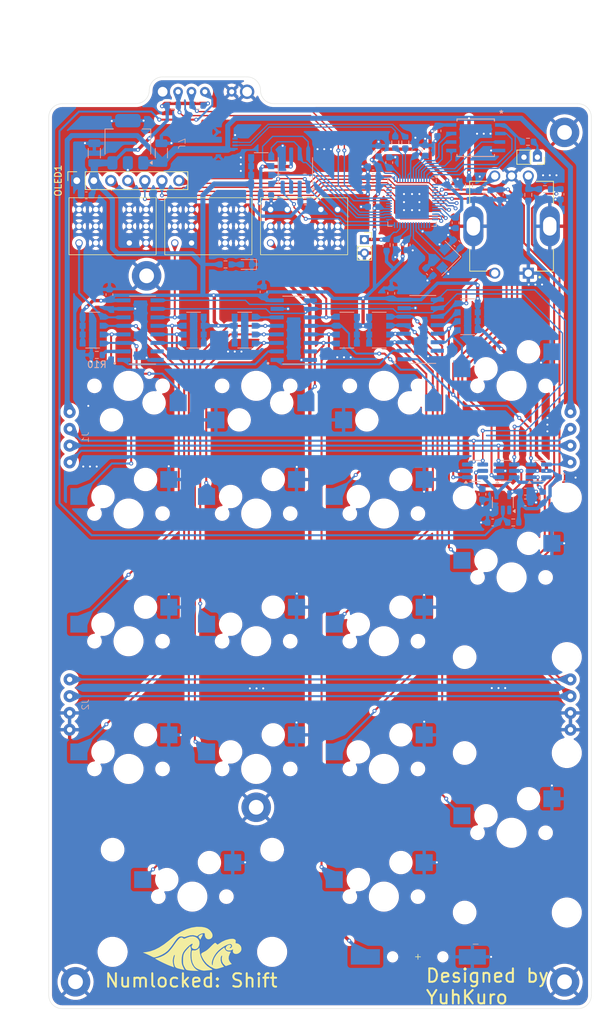
<source format=kicad_pcb>
(kicad_pcb (version 20240108) (generator "pcbnew") (generator_version "8.0")
  (layers (0 "F.Cu" signal) (1 "In1.Cu" signal) (2 "In2.Cu" signal) (31 "B.Cu" signal) (34 "B.Paste" user) (35 "F.Paste" user) (36 "B.SilkS" user "B.Silkscreen") (37 "F.SilkS" user "F.Silkscreen") (38 "B.Mask" user) (39 "F.Mask" user) (44 "Edge.Cuts" user))
  (net 0 "")
  (net 1 "/Encoder A")
  (net 2 "GND")
  (net 3 "+3V3")
  (net 4 "/Encoder B")
  (net 5 "Net-(RN1-R1.1)")
  (net 6 "Net-(RN1-R3.1)")
  (net 7 "Net-(RN1-R4.1)")
  (net 8 "Net-(RN1-R2.1)")
  (net 9 "Net-(RN2-R4.1)")
  (net 10 "Net-(RN2-R2.1)")
  (net 11 "Net-(RN2-R1.1)")
  (net 12 "Net-(RN2-R3.1)")
  (net 13 "Net-(RN3-R3.1)")
  (net 14 "Net-(RN3-R4.1)")
  (net 15 "Net-(RN3-R1.1)")
  (net 16 "Net-(RN3-R2.1)")
  (net 17 "Net-(RN4-R4.1)")
  (net 18 "Net-(RN4-R2.1)")
  (net 19 "Net-(RN4-R3.1)")
  (net 20 "Net-(RN4-R1.1)")
  (net 21 "Net-(RN5-R3.1)")
  (net 22 "Net-(RN5-R1.1)")
  (net 23 "Net-(RN5-R4.1)")
  (net 24 "Net-(RN5-R2.1)")
  (net 25 "Net-(RN6-R2.1)")
  (net 26 "Net-(RN6-R1.1)")
  (net 27 "Net-(RN6-R4.1)")
  (net 28 "Net-(RN6-R3.1)")
  (net 29 "/SH")
  (net 30 "/Serialout-Numpad")
  (net 31 "/CLK")
  (net 33 "Net-(U2-QH)")
  (net 35 "Net-(U3-QH)")
  (net 37 "Net-(MT1-PadA)")
  (net 38 "+5V")
  (net 39 "Net-(MT1-PadB)")
  (net 40 "Net-(D1-A)")
  (net 41 "/XIN")
  (net 42 "+1V1")
  (net 43 "Net-(C25-Pad1)")
  (net 44 "/keyboardSH")
  (net 45 "/keyboardCLK")
  (net 46 "/~{USB BOOT}")
  (net 47 "/~{reset}")
  (net 48 "/USB_RP2040+")
  (net 49 "/USB_RP2040_Res+")
  (net 50 "/USB_RP2040_Res-")
  (net 51 "/USB_RP2040-")
  (net 52 "/XOUT")
  (net 53 "/QSPI_SS")
  (net 54 "/ModeSwitch2")
  (net 55 "/ModeSwitch1")
  (net 56 "/SerialOut")
  (net 57 "Net-(U10-S)")
  (net 58 "/SSD1112 SDA")
  (net 59 "/SWD")
  (net 60 "/SSD1112 DC")
  (net 61 "/numpadSH")
  (net 62 "/QSPI_SD2")
  (net 63 "/VBAT")
  (net 64 "/SWCLK")
  (net 66 "/SSD1112 CS")
  (net 68 "/QSPI_SD3")
  (net 69 "/QSPI_SCLK")
  (net 70 "/~{RTC_INT}")
  (net 71 "/QSPI_SD1")
  (net 74 "/QSPI_SD0")
  (net 75 "/numpadCLK")
  (net 76 "/RTC_SCL")
  (net 78 "/SSD1122 SCL")
  (net 79 "/SSD1112 RST")
  (net 82 "/RTC_32KHZ")
  (net 83 "/RTC_SDA")
  (net 84 "/~{RTC_RST}")
  (net 90 "Net-(U5-I1)")
  (net 95 "Net-(U2-SER)")
  (footprint "PEC11R_4215F_S0024:XDCR_PEC11R-4215F-S0024" (layer "F.Cu") (at 158.75 63.5 180)
    (property "Reference" "MT1" (hide yes))
    (property "Value" "PEC11R-4215F-S0024")
  )
  (footprint "Numlocked:SW_Cherry_Kalih_1.00u" (layer "F.Cu") (at 120.65 106.3625)
    (property "Reference" "S9" (hide yes))
    (property "Value" "~" (hide yes))
  )
  (footprint "Numlocked:MHPS4284" (layer "F.Cu") (at 99.21875 63.5)
    (property "Reference" "SW2" (hide yes))
    (property "Value" "~")
  )
  (footprint "Numlocked:SW_Cherry_Kalih_1.00u" (layer "F.Cu") (at 101.6 106.3625)
    (property "Reference" "S2" (hide yes))
    (property "Value" "~" (hide yes))
  )
  (footprint "Connector_PinSocket_2.00mm:PinSocket_1x02_P2.00mm_Vertical" (layer "F.Cu") (at 136.8 65.5)
    (property "Reference" "J6" (hide yes))
    (property "Value" "Conn_01x02")
  )
  (footprint "Numlocked:SW_Cherry_Kalih_1.00u" (layer "F.Cu") (at 139.7 106.3625)
    (property "Reference" "S17" (hide yes))
    (property "Value" "~" (hide yes))
  )
  (footprint "MountingHole:MountingHole_2.2mm_M2_Pad" (layer "F.Cu") (at 166.65625 49.5)
    (property "Reference" "H5" (hide yes))
    (property "Value" "MountingHole_Pad")
  )
  (footprint "Connector_PinSocket_2.00mm:PinSocket_1x02_P2.00mm_Vertical" (layer "F.Cu") (at 162.6 53.201 -90)
    (property "Reference" "J5" (hide yes))
    (property "Value" "Conn_01x02" (hide yes))
  )
  (footprint "Numlocked:SW_Cherry_Kalih_1.00u" (layer "F.Cu") (at 120.65 87.3125 180)
    (property "Reference" "S8" (hide yes))
    (property "Value" "~" (hide yes))
  )
  (footprint "LOGO" (layer "F.Cu") (at 121.820507 174.535187)
    (property "Reference" "G***" (hide yes))
    (property "Value" "LOGO" (hide yes))
  )
  (footprint "Numlocked:Magnetic_Pogo_Pin_4pos" (layer "F.Cu") (at 173.0375 94.98 -90)
    (property "Reference" "J3" (hide yes))
    (property "Value" "Conn_01x04")
  )
  (footprint "Numlocked:SW_Cherry_Kalih_1.00u" (layer "F.Cu") (at 101.6 144.4625)
    (property "Reference" "S6" (hide yes))
    (property "Value" "~" (hide yes))
  )
  (footprint "Numlocked:SW_Cherry_Kalih_1.00u" (layer "F.Cu") (at 101.6 125.4125)
    (property "Reference" "S3" (hide yes))
    (property "Value" "~" (hide yes))
  )
  (footprint "Connector_PinSocket_2.54mm:PinSocket_1x07_P2.54mm_Vertical" (layer "F.Cu") (at 101.54 56.7 90)
    (property "Reference" "OLED1")
    (property "Value" "~")
  )
  (footprint "Numlocked:SW_Cherry_Kalih_1.00u" (layer "F.Cu") (at 139.7 163.5125)
    (property "Reference" "S12" (hide yes))
    (property "Value" "~" (hide yes))
  )
  (footprint "Numlocked:Magnetic_Pogo_Pin_4pos" (layer "F.Cu") (at 173.0375 134.86 -90)
    (property "Reference" "J4" (hide yes))
    (property "Value" "Conn_01x04")
  )
  (footprint "MountingHole:MountingHole_2.2mm_M2_Pad" (layer "F.Cu") (at 166.65625 176.2209)
    (property "Reference" "H4" (hide yes))
    (property "Value" "MountingHole_Pad")
  )
  (footprint "Numlocked:SW_Cherry_Kalih_1.00u" (layer "F.Cu") (at 120.65 144.4625)
    (property "Reference" "S11" (hide yes))
    (property "Value" "~" (hide yes))
  )
  (footprint "MountingHole:MountingHole_2.2mm_M2_Pad" (layer "F.Cu") (at 93.69375 176.2209)
    (property "Reference" "H2" (hide yes))
    (property "Value" "MountingHole_Pad" (hide yes))
  )
  (footprint "MountingHole:MountingHole_2.2mm_M2_Pad" (layer "F.Cu") (at 120.65 150.18125)
    (property "Reference" "H6" (hide yes))
    (property "Value" "MountingHole_Pad")
  )
  (footprint "Numlocked:SW_Cherry_Kalih_1.00u" (layer "F.Cu") (at 120.65 125.4125)
    (property "Reference" "S10" (hide yes))
    (property "Value" "~" (hide yes))
  )
  (footprint "MountingHole:MountingHole_2.2mm_M2_Pad" (layer "F.Cu") (at 104.3 70.9)
    (property "Reference" "H1" (hide yes))
    (property "Value" "MountingHole_Pad")
  )
  (footprint "Numlocked:SW_Cherry_Kalih_1.00u" (layer "F.Cu") (at 158.75 87.3125)
    (property "Reference" "S16" (hide yes))
    (property "Value" "~" (hide yes))
  )
  (footprint "Numlocked:SW_Cherry_Kalih_2.00u_vert" (layer "F.Cu") (at 158.75 115.8875)
    (property "Reference" "S15" (hide yes))
    (property "Value" "~" (hide yes))
  )
  (footprint "Numlocked:SW_Cherry_Kalih_1.00u" (layer "F.Cu") (at 101.6 87.3125 180)
    (property "Reference" "S1" (hide yes))
    (property "Value" "~" (hide yes))
  )
  (footprint "Numlocked:SW_Cherry_Kalih_1.00u" (layer "F.Cu") (at 139.7 125.4125)
    (property "Reference" "S18" (hide yes))
    (property "Value" "~" (hide yes))
  )
  (footprint "Numlocked:SW_Cherry_Kalih_1.00u" (layer "F.Cu") (at 139.7 144.4625)
    (property "Reference" "S19" (hide yes))
    (property "Value" "~" (hide yes))
  )
  (footprint "Numlocked:SK13D07VG4" (layer "F.Cu") (at 112.994 41.2375 180)
    (property "Reference" "SW1" (hide yes))
    (property "Value" "~" (hide yes))
  )
  (footprint "Numlocked:SW_Cherry_Kalih_2.00u" (layer "F.Cu") (at 111.125 163.5125)
    (property "Reference" "S7" (hide yes))
    (property "Value" "~" (hide yes))
  )
  (footprint "Numlocked:MHPS4284" (layer "F.Cu") (at 113.50625 63.5)
    (property "Reference" "SW3" (hide yes))
    (property "Value" "~")
  )
  (footprint "Numlocked:SW_Cherry_Kalih_2.00u_vert" (layer "F.Cu") (at 158.75 153.9875)
    (property "Reference" "S20" (hide yes))
    (property "Value" "~" (hide yes))
  )
  (footprint "Numlocked:SW_Cherry_Kalih_1.00u" (layer "F.Cu") (at 139.7 87.3125 180)
    (property "Reference" "S14" (hide yes))
    (property "Value" "~" (hide yes))
  )
  (footprint "Numlocked:MHPS4284" (layer "F.Cu") (at 127.79375 63.5)
    (property "Reference" "SW4" (hide yes))
    (property "Value" "~")
  )
  (footprint "Resistor_SMD:R_Array_Convex_4x1206" (layer "B.Cu") (at 118.935 79 180)
    (property "Reference" "RN3" (hide yes))
    (property "Value" "10K")
  )
  (footprint "Capacitor_SMD:C_0603_1608Metric" (layer "B.Cu") (at 143.1 66.3 -90)
    (property "Reference" "C22" (hide yes))
    (property "Value" "0.1 uF")
  )
  (footprint "Capacitor_SMD:C_0603_1608Metric" (layer "B.Cu") (at 160.8 103.1)
    (property "Reference" "C26" (hide yes))
    (property "Value" "0.1 uF")
  )
  (footprint "Capacitor_SMD:C_0603_1608Metric" (layer "B.Cu") (at 166.5877 100.97332)
    (property "Reference" "C29" (hide yes))
    (property "Value" "0.1 uF")
  )
  (footprint "Capacitor_SMD:C_0603_1608Metric" (layer "B.Cu") (at 149.9 57.3)
    (property "Reference" "C19" (hide yes))
    (property "Value" "0.1 uF")
  )
  (footprint "Resistor_SMD:R_0603_1608Metric" (layer "B.Cu") (at 140.1 66.3 -90)
    (property "Reference" "R7" (hide yes))
    (property "Value" "10k")
  )
  (footprint "Resistor_SMD:R_Array_Convex_4x1206" (layer "B.Cu") (at 139 79 180)
    (property "Reference" "RN5" (hide yes))
    (property "Value" "10K")
  )
  (footprint "Resistor_SMD:R_0603_1608Metric" (layer "B.Cu") (at 141.4 51 -90)
    (property "Reference" "R9" (hide yes))
    (property "Value" "27")
  )
  (footprint "Resistor_SMD:R_0603_1608Metric" (layer "B.Cu") (at 111.9 45.5)
    (property "Reference" "R13" (hide yes))
    (property "Value" "10k")
  )
  (footprint "Resistor_SMD:R_Array_Convex_4x1206" (layer "B.Cu") (at 96.25 79 180)
    (property "Reference" "RN1" (hide yes))
    (property "Value" "10K")
  )
  (footprint "W25Q128JVSIQ:SOIC_128JVSIQ_WIN" (layer "B.Cu") (at 153.4 50.3 180)
    (property "Reference" "U7" (hide yes))
    (property "Value" "W25Q128JVSIQ")
  )
  (footprint "Resistor_SMD:R_Array_Convex_4x1206" (layer "B.Cu") (at 111.315 79)
    (property "Reference" "RN2" (hide yes))
    (property "Value" "10K")
  )
  (footprint "Capacitor_SMD:C_0603_1608Metric" (layer "B.Cu") (at 157 58.8 -90)
    (property "Reference" "C5" (hide yes))
    (property "Value" "0.01 μF")
  )
  (footprint "Resistor_SMD:R_0603_1608Metric" (layer "B.Cu") (at 152.4 57.4 -90)
    (property "Reference" "R3" (hide yes))
    (property "Value" "10k")
  )
  (footprint "Package_TO_SOT_SMD:SC-74-6_1.55x2.9mm_P0.95mm" (layer "B.Cu") (at 162.8 100)
    (property "Reference" "U5" (hide yes))
    (property "Value" "~")
  )
  (footprint "Numlocked:SN74HC165DR" (layer "B.Cu") (at 103.695 79 180)
    (property "Reference" "U2")
    (property "Value" "SN74HC165DR")
  )
  (footprint "Capacitor_SMD:C_0603_1608Metric" (layer "B.Cu") (at 147.7 49.275 -90)
    (property "Reference" "C24" (hide yes))
    (property "Value" "0.1 uF")
  )
  (footprint "Resistor_SMD:R_Array_Convex_4x1206" (layer "B.Cu") (at 121.4 55.2)
    (property "Reference" "RN7" (hide yes))
    (property "Value" "10K")
  )
  (footprint "Resistor_SMD:R_0603_1608Metric" (layer "B.Cu") (at 163.737686 57.965752 180)
    (property "Reference" "R2" (hide yes))
    (property "Value" "10k")
  )
  (footprint "Capacitor_SMD:C_0603_1608Metric" (layer "B.Cu") (at 140.8 73.5 90)
    (property "Reference" "C2" (hide yes))
    (property "Value" "0.1 uF")
  )
  (footprint "Capacitor_SMD:C_0603_1608Metric" (layer "B.Cu") (at 144.4 52.2 90)
    (property "Reference" "C18" (hide yes))
    (property "Value" "0.1 uF")
  )
  (footprint "Capacitor_SMD:C_1206_3216Metric" (layer "B.Cu") (at 96.5 52.6 90)
    (property "Reference" "C7" (hide yes))
    (property "Value" "33 uF")
  )
  (footprint "Numlocked:Q&J CR1220-2" (layer "B.Cu") (at 144.75 172.5 180)
    (property "Reference" "BT1" (hide yes))
    (property "Value" "Battery_Cell" (hide yes))
  )
  (footprint "Capacitor_SMD:C_0603_1608Metric" (layer "B.Cu") (at 138.1 56.2 180)
    (property "Reference" "C23" (hide yes))
    (property "Value" "0.1 uF")
  )
  (footprint "Capacitor_SMD:C_0603_1608Metric" (layer "B.Cu") (at 138.1 60.6 180)
    (property "Reference" "C21" (hide yes))
    (property "Value" "0.1 uF")
  )
  (footprint "Numlocked:SN74HC165DR" (layer "B.Cu") (at 126.555 79 180)
    (property "Reference" "U3")
    (property "Value" "SN74HC165DR" (hide yes))
  )
  (footprint "Resistor_SMD:R_0603_1608Metric" (layer "B.Cu") (at 108.2 45.5 180)
    (property "Reference" "R12" (hide yes))
    (property "Value" "10k")
  )
  (footprint "Capacitor_SMD:C_0603_1608Metric" (layer "B.Cu") (at 141.6 66.3 -90)
    (property "Reference" "C14" (hide yes))
    (property "Value" "0.1 uF")
  )
  (footprint "Capacitor_SMD:C_0603_1608Metric" (layer "B.Cu") (at 138.9 52.3 90)
    (property "Reference" "C13" (hide yes))
    (property "Value" "0.1 uF")
  )
  (footprint "Numlocked:Magnetic_Pogo_Pin_4pos" (layer "B.Cu") (at 87.3125 134.86 -90)
    (property "Reference" "J2")
    (property "Value" "Conn_01x04")
  )
  (footprint "Package_TO_SOT_SMD:SC-74-6_1.55x2.9mm_P0.95mm" (layer "B.Cu") (at 153.3 100)
    (property "Reference" "U9" (hide yes))
    (property "Value" "~")
  )
  (footprint "Resistor_SMD:R_0603_1608Metric" (layer "B.Cu") (at 142.9 51 -90)
    (property "Reference" "R8" (hide yes))
    (property "Value" "27")
  )
  (footprint "Capacitor_SMD:C_0603_1608Metric" (layer "B.Cu") (at 140.5 54 90)
    (property "Reference" "C15" (hide yes))
    (property "Value" "1 uF")
  )
  (footprint "Capacitor_SMD:C_0603_1608Metric" (layer "B.Cu") (at 122.1 58.9)
    (property "Reference" "C32" (hide yes))
    (property "Value" "0.1 uF")
  )
  (footprint "Resistor_SMD:R_0603_1608Metric" (layer "B.Cu") (at 163.4 104 -90)
    (property "Reference" "R6" (hide yes))
    (property "Value" "10k")
  )
  (footprint "Resistor_SMD:R_0603_1608Metric" (layer "B.Cu") (at 161.2 50.9 180)
    (property "Reference" "R11" (hide yes))
    (property "Value" "1K")
  )
  (footprint "Package_TO_SOT_SMD:SOT-223" (layer "B.Cu") (at 101.5 50.9 90)
    (property "Reference" "U1" (hide yes))
    (property "Value" "LM3940IMP-3.3/NOPB" (hide yes))
  )
  (footprint "Capacitor_SMD:C_0603_1608Metric" (layer "B.Cu") (at 146.5 70.3 135)
    (property "Reference" "C11" (hide yes))
    (property "Value" "18 pF")
  )
  (footprint "Resistor_SMD:R_0603_1608Metric" (layer "B.Cu") (at 116.075 69.2)
    (property "Reference" "R5" (hide yes))
    (property "Value" "240")
  )
  (footprint "Package_TO_SOT_SMD:SOT-23-5" (layer "B.Cu") (at 157.45 104.7 90)
    (property "Reference" "U8" (hide yes))
    (property "Value" "74LVC1G17")
  )
  (footprint "Crystal:Crystal_SMD_Abracon_ABM8AIG-4Pin_3.2x2.5mm" (layer "B.Cu") (at 148.6 68.3 -135)
    (property "Reference" "X1" (hide yes))
    (property "Value" "ABM8G-12.000MHZ-18-D2Y-T")
  )
  (footprint "Package_TO_SOT_SMD:SC-74-6_1.55x2.9mm_P0.95mm" (layer "B.Cu") (at 158 100)
    (property "Reference" "U10" (hide yes))
    (property "Value" "~")
  )
  (footprint "Capacitor_SMD:C_0603_1608Metric" (layer "B.Cu") (at 138.1 57.7 180)
    (property "Reference" "C20" (hide yes))
    (property "Value" "0.1 uF")
  )
  (footprint "Numlocked:AYF530435" (layer "B.Cu") (at 116.2 51.2 90)
    (property "Reference" "J7")
    (property "Value" "AYF530435")
  )
  (footprint "Package_DFN_QFN:QFN-56-1EP_7x7mm_P0.4mm_EP3.2x3.2mm" (layer "B.Cu") (at 143.9 59.9 180)
    (property "Reference" "U6" (hide yes))
    (property "Value" "RP2040")
  )
  (footprint "Numlocked:SN74HC165DR" (layer "B.Cu") (at 145.5 78.9 180)
    (property "Reference" "U4")
    (property "Value" "SN74HC165DR")
  )
  (footprint "Resistor_SMD:R_Array_Convex_4x1206" (layer "B.Cu") (at 134.175 79)
    (property "Reference" "RN4" (hide yes))
    (property "Value" "10K")
  )
  (footprint "Capacitor_SMD:C_0603_1608Metric" (layer "B.Cu") (at 121.75 73.3 90)
    (property "Reference" "C4" (hide yes))
    (property "Value" "0.1 uF")
  )
  (footprint "Resistor_SMD:R_0603_1608Metric" (layer "B.Cu") (at 154.73 58.125 180)
    (property "Reference" "R4" (hide yes))
    (property "Value" "10k")
  )
  (footprint "Numlocked:Magnetic_Pogo_Pin_4pos" (layer "B.Cu") (at 87.3125 94.98 -90)
    (property "Reference" "J1")
    (property "Value" "Conn_01x04")
  )
  (footprint "Capacitor_SMD:C_0603_1608Metric" (layer "B.Cu") (at 150.6 66.1 -45)
    (property "Reference" "C10" (hide yes))
    (property "Value" "18 pF")
  )
  (footprint "Capacitor_SMD:C_0603_1608Metric" (layer "B.Cu") (at 145.9 52.2 90)
    (property "Reference" "C12" (hide yes))
    (property "Value" "0.1 uF")
  )
  (footprint "Package_SO:SOIC-8_3.9x4.9mm_P1.27mm" (layer "B.Cu") (at 126.5 55.2 90)
    (property "Reference" "U11" (hide yes))
    (property "Value" "DS3231MZ")
  )
  (footprint "Resistor_SMD:R_Array_Convex_4x1206" (layer "B.Cu") (at 152.2 77)
    (property "Reference" "RN6" (hide yes))
    (property "Value" "10K")
  )
  (footprint "Capacitor_SMD:C_0603_1608Metric" (layer "B.Cu") (at 160.8 104.7)
    (property "Reference" "C28" (hide yes))
    (property "Value" "0.1 uF")
  )
  (footprint "Capacitor_SMD:C_0603_1608Metric" (layer "B.Cu") (at 95.3 58.9 180)
    (property "Reference" "C9" (hide yes))
    (property "Value" "0.1 uF")
  )
  (footprint "Capacitor_SMD:C_0603_1608Metric" (layer "B.Cu") (at 155.927983 107.7 180)
    (property "Reference" "C25" (hide yes))
    (property "Value" "0.1 uF")
  )
  (footprint "Capacitor_SMD:C_0603_1608Metric" (layer "B.Cu") (at 98.75 73.7 90)
    (property "Reference" "C3" (hide yes))
    (property "Value" "0.1 uF")
  )
  (footprint "Capacitor_SMD:C_1206_3216Metric" (layer "B.Cu") (at 106.5 52.6 90)
    (property "Reference" "C6" (hide yes))
    (property "Value" "0.47 uF")
  )
  (footprint "Resistor_SMD:R_0603_1608Metric" (layer "B.Cu") (at 96.875 82.7)
    (property "Reference" "R10")
    (property "Value" "0")
  )
  (footprint "Capacitor_SMD:C_0603_1608Metric" (layer "B.Cu") (at 150.4 63 -90)
    (property "Reference" "C17" (hide yes))
    (property "Value" "0.1 uF")
  )
  (footprint "Capacitor_SMD:C_0603_1608Metric" (layer "B.Cu") (at 138.1 54.6 180)
    (property "Reference" "C16" (hide yes))
    (property "Value" "1 uF")
  )
  (footprint "Capacitor_SMD:C_0603_1608Metric" (layer "B.Cu") (at 154.4 103.5 -90)
    (property "Reference" "C27" (hide yes))
    (property "Value" "0.1 uF")
  )
  (footprint "LED_SMD:LED_0603_1608Metric" (layer "B.Cu") (at 119.2 69.2 180)
    (property "Reference" "D1" (hide yes))
    (property "Value" "LED Power")
  )
  (footprint "Resistor_SMD:R_0603_1608Metric" (layer "B.Cu") (at 159.002983 107.7)
    (property "Reference" "R14" (hide yes))
    (property "Value" "10k")
  )
  (footprint "Capacitor_SMD:C_0603_1608Metric" (layer "B.Cu") (at 128 59.8)
    (property "Reference" "C31" (hide yes))
    (property "Value" "0.1 uF" (hide yes))
  )
  (footprint "Capacitor_SMD:C_0603_1608Metric" (layer "B.Cu") (at 166.047686 58.730752 -90)
    (property "Reference" "C1" (hide yes))
    (property "Value" "0.01 μF")
  )
  (footprint "Resistor_SMD:R_0603_1608Metric" (layer "B.Cu") (at 161.247686 58.815752 90)
    (property "Reference" "R1" (hide yes))
    (property "Value" "10k")
  )
  (gr_line (start 91.69375 180.2209) (end 168.65625 180.2209) (stroke (width 0.05)) (layer "Edge.Cuts"))
  (gr_line (start 170.65625 178.2209) (end 170.65625 47.221) (stroke (width 0.05)) (layer "Edge.Cuts"))
  (gr_line (start 123.294 45.221) (end 168.65625 45.221) (stroke (width 0.05)) (layer "Edge.Cuts"))
  (gr_arc (start 170.65625 178.2209) (mid 170.070478 179.635128) (end 168.65625 180.2209) (stroke (width 0.05)) (layer "Edge.Cuts"))
  (gr_arc (start 91.69375 180.2209) (mid 90.279521 179.635129) (end 89.69375 178.2209) (stroke (width 0.05)) (layer "Edge.Cuts"))
  (gr_arc (start 104.694 43.221) (mid 104.108214 44.635214) (end 102.694 45.221) (stroke (width 0.05)) (layer "Edge.Cuts"))
  (gr_arc (start 168.65625 45.221) (mid 170.07047 45.806779) (end 170.65625 47.221) (stroke (width 0.05)) (layer "Edge.Cuts"))
  (gr_line (start 91.69375 45.221) (end 102.694 45.221) (stroke (width 0.05)) (layer "Edge.Cuts"))
  (gr_line (start 89.69375 177.09) (end 89.69375 178.2209) (stroke (width 0.05)) (layer "Edge.Cuts"))
  (gr_arc (start 119.294 41.221) (mid 120.708214 41.806786) (end 121.294 43.221) (stroke (width 0.05)) (layer "Edge.Cuts"))
  (gr_arc (start 123.294 45.221) (mid 121.879786 44.635214) (end 121.294 43.221) (stroke (width 0.05)) (layer "Edge.Cuts"))
  (gr_line (start 106.694 41.221) (end 119.294 41.221) (stroke (width 0.05)) (layer "Edge.Cuts"))
  (gr_arc (start 89.69375 47.221) (mid 90.279529 45.806779) (end 91.69375 45.221) (stroke (width 0.05)) (layer "Edge.Cuts"))
  (gr_arc (start 104.694 43.221) (mid 105.279786 41.806786) (end 106.694 41.221) (stroke (width 0.05)) (layer "Edge.Cuts"))
  (gr_line (start 89.69375 47.221) (end 89.69375 177.09) (stroke (width 0.05)) (layer "Edge.Cuts"))
  (gr_text "Numlocked: Shift" (at 97.9 177.2 0) (layer "F.SilkS") (effects (font (size 2 2) (thickness 0.3)) (justify left bottom)))
  (gr_text "Designed by \nYuhKuro" (at 145.8 179.7 0) (layer "F.SilkS") (effects (font (size 2 2) (thickness 0.3)) (justify left bottom)))
  (segment (start 162.4 113.9) (end 164.4 111.9) (width 0.3) (layer "F.Cu") (net 1))
  (segment (start 164.4 111.9) (end 164.4 102.6) (width 0.3) (layer "F.Cu") (net 1))
  (segment (start 165.431731 58.653324) (end 165.453324 58.653324) (width 0.3) (layer "F.Cu") (net 1))
  (segment (start 161.8 66.2) (end 161.8 60.8) (width 0.3) (layer "F.Cu") (net 1))
  (segment (start 166.1 131.1) (end 162.4 127.4) (width 0.3) (layer "F.Cu") (net 1))
  (segment (start 164.4 102.6) (end 165.9 101.1) (width 0.3) (layer "F.Cu") (net 1))
  (segment (start 162.4 127.4) (end 162.4 113.9) (width 0.3) (layer "F.Cu") (net 1))
  (segment (start 167.5375 131.11) (end 167.5275 131.1) (width 0.3) (layer "F.Cu") (net 1))
  (segment (start 167.5275 131.1) (end 166.1 131.1) (width 0.3) (layer "F.Cu") (net 1))
  (segment (start 161.8 60.8) (end 163.946676 58.653324) (width 0.3) (layer "F.Cu") (net 1))
  (segment (start 163.946676 58.653324) (end 165.431731 58.653324) (width 0.3) (layer "F.Cu") (net 1))
  (segment (start 165.9 70.3) (end 161.8 66.2) (width 0.3) (layer "F.Cu") (net 1))
  (segment (start 165.9 101.1) (end 165.9 70.3) (width 0.3) (layer "F.Cu") (net 1))
  (via (at 165.431731 58.653324) (size 0.6) (drill 0.3) (layers "F.Cu" "B.Cu") (net 1))
  (segment (start 165.431731 58.087483) (end 165.3 57.955752) (width 0.3) (layer "B.Cu") (net 1))
  (segment (start 165.3 57.955752) (end 164.572686 57.955752) (width 0.5) (layer "B.Cu") (net 1))
  (segment (start 165.431731 58.653324) (end 165.431731 58.087483) (width 0.3) (layer "B.Cu") (net 1))
  (segment (start 166.047686 57.955752) (end 165.3 57.955752) (width 0.5) (layer "B.Cu") (net 1))
  (segment (start 167.5375 131.11) (end 92.8125 131.11) (width 0.3) (layer "B.Cu") (net 1))
  (via (at 124.6 51.5) (size 0.6) (drill 0.3) (layers "F.Cu" "B.Cu") (net 2))
  (via (at 162.4 104.7) (size 0.6) (drill 0.3) (layers "F.Cu" "B.Cu") (net 2))
  (via (at 153.6 49.7) (size 0.6) (drill 0.3) (layers "F.Cu" "B.Cu") (net 2))
  (via (at 131.8 52) (size 0.6) (drill 0.3) (layers "F.Cu" "B.Cu") (net 2))
  (via (at 145 58.7) (size 0.6) (drill 0.3) (layers "F.Cu" "B.Cu") (net 2))
  (via (at 145.7 103.1) (size 0.6) (drill 0.3) (layers "F.Cu" "B.Cu") (net 2))
  (via (at 107.6 118.4) (size 0.6) (drill 0.3) (layers "F.Cu" "B.Cu") (net 2))
  (via (at 96.05 83.7) (size 0.6) (drill 0.3) (layers "F.Cu" "B.Cu") (net 2))
  (via (at 109.4 139.4) (size 0.6) (drill 0.3) (layers "F.Cu" "B.Cu") (net 2))
  (via (at 117.5 49.9) (size 0.6) (drill 0.3) (layers "F.Cu" "B.Cu") (net 2))
  (via (at 162.3 72.2) (size 0.6) (drill 0.3) (layers "F.Cu" "B.Cu") (net 2))
  (via (at 144.4 75.7) (size 0.6) (drill 0.3) (layers "F.Cu" "B.Cu") (net 2))
  (via (at 96.85 99.35) (size 0.6) (drill 0.3) (layers "F.Cu" "B.Cu") (net 2))
  (via (at 118.35 55.25) (size 0.6) (drill 0.3) (layers "F.Cu" "B.Cu") (net 2))
  (via (at 130.8 52) (size 0.6) (drill 0.3) (layers "F.Cu" "B.Cu") (net 2))
  (via (at 145 61.1) (size 0.6) (drill 0.3) (layers "F.Cu" "B.Cu") (net 2))
  (via (at 145.715 137.415) (size 0.6) (drill 0.3) (layers "F.Cu" "B.Cu") (net 2))
  (via (at 155.7 52.205) (size 0.6) (drill 0.3) (layers "F.Cu" "B.Cu") (net 2))
  (via (at 164.1 92.1) (size 0.6) (drill 0.3) (layers "F.Cu" "B.Cu") (net 2))
  (via (at 95.6 90.3) (size 0.6) (drill 0.3) (layers "F.Cu" "B.Cu") (net 2))
  (via (at 101.5 55.1) (size 0.6) (drill 0.3) (layers "F.Cu" "B.Cu") (net 2))
  (via (at 103.85 47.75) (size 0.6) (drill 0.3) (layers "F.Cu" "B.Cu") (net 2))
  (via (at 95.85 99.35) (size 0.6) (drill 0.3) (layers "F.Cu" "B.Cu") (net 2))
  (via (at 142.7 59.9) (size 0.6) (drill 0.3) (layers "F.Cu" "B.Cu") (net 2))
  (via (at 142.7 58.7) (size 0.6) (drill 0.3) (layers "F.Cu" "B.Cu") (net 2))
  (via (at 99.1 47.8) (size 0.6) (drill 0.3) (layers "F.Cu" "B.Cu") (net 2))
  (via (at 166.6 110.8) (size 0.6) (drill 0.3) (layers "F.Cu" "B.Cu") (net 2))
  (via (at 155.6375 105.8375) (size 0.6) (drill 0.3) (layers "F.Cu" "B.Cu") (net 2))
  (via (at 163.3 72.2) (size 0.6) (drill 0.3) (layers "F.Cu" "B.Cu") (net 2))
  (via (at 126.7 99.4) (size 0.6) (drill 0.3) (layers "F.Cu" "B.Cu") (net 2))
  (via (at 102.6 75.8) (size 0.6) (drill 0.3) (layers "F.Cu" "B.Cu") (net 2))
  (via (at 138.9 50.9) (size 0.6) (drill 0.3) (layers "F.Cu" "B.Cu") (net 2))
  (via (at 137.3 55.4) (size 0.6) (drill 0.3) (layers "F.Cu" "B.Cu") (net 2))
  (via (at 145.473924 64.261074) (size 0.6) (drill 0.3) (layers "F.Cu" "B.Cu") (net 2))
  (via (at 118.35 53.25) (size 0.6) (drill 0.3) (layers "F.Cu" "B.Cu") (net 2))
  (via (at 158.1 59.6) (size 0.6) (drill 0.3) (layers "F.Cu" "B.Cu") (net 2))
  (via (at 116.45 82.2) (size 0.6) (drill 0.3) (layers "F.Cu" "B.Cu") (net 2))
  (via (at 107.6 99.3) (size 0.6) (drill 0.3) (layers "F.Cu" "B.Cu") (net 2))
  (via (at 148 66.2) (size 0.6) (drill 0.3) (layers "F.Cu" "B.Cu") (net 2))
  (via (at 134.75 83.05) (size 0.6) (drill 0.3) (layers "F.Cu" "B.Cu") (net 2))
  (via (at 155.6 49.7) (size 0.6) (drill 0.3) (layers "F.Cu" "B.Cu") (net 2))
  (via (at 165.3 59.5) (size 0.6) (drill 0.3) (layers "F.Cu" "B.Cu") (net 2))
  (via (at 154 56.1) (size 0.6) (drill 0.3) (layers "F.Cu" "B.Cu") (net 2))
  (via (at 118.45 82.2) (size 0.6) (drill 0.3) (layers "F.Cu" "B.Cu") (net 2))
  (via (at 146.2 71.6) (size 0.6) (drill 0.3) (layers "F.Cu" "B.Cu") (net 2))
  (via (at 132.75 83.05) (size 0.6) (drill 0.3) (layers "F.Cu" "B.Cu") (net 2))
  (via (at 108 51.1) (size 0.6) (drill 0.3) (layers "F.Cu" "B.Cu") (net 2))
  (via (at 164.765 146.935) (size 0.6) (drill 0.3) (layers "F.Cu" "B.Cu") (net 2))
  (via (at 119.7 132.45) (size 0.6) (drill 0.3) (layers "F.Cu" "B.Cu") (net 2))
  (via (at 141.4 53.2) (size 0.6) (drill 0.3) (layers "F.Cu" "B.Cu") (net 2))
  (via (at 157.8 132.4) (size 0.6) (drill 0.3) (layers "F.Cu" "B.Cu") (net 2))
  (via (at 145 59.9) (size 0.6) (drill 0.3) (layers "F.Cu" "B.Cu") (net 2))
  (via (at 162.4 103.1) (size 0.6) (drill 0.3) (layers "F.Cu" "B.Cu") (net 2))
  (via (at 149.526252 63.776989) (size 0.6) (drill 0.3) (layers "F.Cu" "B.Cu") (net 2))
  (via (at 136.5 54.6) (size 0.6) (drill 0.3) (layers "F.Cu" "B.Cu") (net 2))
  (via (at 154.6 49.7) (size 0.6) (drill 0.3) (layers "F.Cu" "B.Cu") (net 2))
  (via (at 129.8 52) (size 0.6) (drill 0.3) (layers "F.Cu" "B.Cu") (net 2))
  (via (at 147.6 158.4) (size 0.6) (drill 0.3) (layers "F.Cu" "B.Cu") (net 2))
  (via (at 164.1 93.1) (size 0.6) (drill 0.3) (layers "F.Cu" "B.Cu") (net 2))
  (via (at 168.3 101) (size 0.6) (drill 0.3) (layers "F.Cu" "B.Cu") (net 2))
  (via (at 141.4 68.1) (size 0.6) (drill 0.3) (layers "F.Cu" "B.Cu") (net 2))
  (via (at 150.7 56.5) (size 0.6) (drill 0.3) (layers "F.Cu" "B.Cu") (net 2))
  (via (at 163.15 83.85) (size 0.6) (drill 0.3) (layers "F.Cu" "B.Cu") (net 2))
  (via (at 156.8 132.4) (size 0.6) (drill 0.3) (layers "F.Cu" "B.Cu") (net 2))
  (via (at 142.7 61.1) (size 0.6) (drill 0.3) (layers "F.Cu" "B.Cu") (net 2))
  (via (at 125.4 75.825) (size 0.6) (drill 0.3) (layers "F.Cu" "B.Cu") (net 2))
  (via (at 154.4 105.2) (size 0.6) (drill 0.3) (layers "F.Cu" "B.Cu") (net 2))
  (via (at 155.7 172.5) (size 0.6) (drill 0.3) (layers "F.Cu" "B.Cu") (net 2))
  (via (at 164.45 55.9) (size 0.6) (drill 0.3) (layers "F.Cu" "B.Cu") (net 2))
  (via (at 122.9 60.1) (size 0.6) (drill 0.3) (layers "F.Cu" "B.Cu") (net 2))
  (via (at 147.4 50.8) (size 0.6) (drill 0.3) (layers "F.Cu" "B.Cu") (net 2))
  (via (at 143.9 61.1) (size 0.6) (drill 0.3) (layers "F.Cu" "B.Cu") (net 2))
  (via (at 136.3 60.6) (size 0.6) (drill 0.3) (layers "F.Cu" "B.Cu") (net 2))
  (via (at 126.7 118.3) (size 0.6) (drill 0.3) (layers "F.Cu" "B.Cu") (net 2))
  (via (at 137.3 58.7) (size 0.6) (drill 0.3) (layers "F.Cu" "B.Cu") (net 2))
  (via (at 121.7 132.45) (size 0.6) (drill 0.3) (layers "F.Cu" "B.Cu") (net 2))
  (via (at 143.9 58.7) (size 0.6) (drill 0.3) (layers "F.Cu" "B.Cu") (net 2))
  (via (at 157.8 100) (size 0.6) (drill 0.3) (layers "F.Cu" "B.Cu") (net 2))
  (via (at 145.7 118.5) (size 0.6) (drill 0.3) (layers "F.Cu" "B.Cu") (net 2))
  (via (at 165.45 55.9) (size 0.6) (drill 0.3) (layers "F.Cu" "B.Cu") (net 2))
  (via (at 154.2 107.7) (size 0.6) (drill 0.3) (layers "F.Cu" "B.Cu") (net 2))
  (via (at 161.3 72.2) (size 0.6) (drill 0.3) (layers "F.Cu" "B.Cu") (net 2))
  (via (at 149.3 70.6) (size 0.6) (drill 0.3) (layers "F.Cu" "B.Cu") (net 2))
  (via (at 162.6 100) (size 0.6) (drill 0.3) (layers "F.Cu" "B.Cu") (net 2))
  (via (at 155.8 132.4) (size 0.6) (drill 0.3) (layers "F.Cu" "B.Cu") (net 2))
  (via (at 164.1 94.1) (size 0.6) (drill 0.3) (layers "F.Cu" "B.Cu") (net 2))
  (via (at 118.35 54.25) (size 0.6) (drill 0.3) (layers "F.Cu" "B.Cu") (net 2))
  (via (at 149.3 64.8) (size 0.6) (drill 0.3) (layers "F.Cu" "B.Cu") (net 2))
  (via (at 144.4 50.3) (size 0.6) (drill 0.3) (layers "F.Cu" "B.Cu") (net 2))
  (via (at 163.45 55.9) (size 0.6) (drill 0.3) (layers "F.Cu" "B.Cu") (net 2))
  (via (at 120.7 132.45) (size 0.6) (drill 0.3) (layers "F.Cu" "B.Cu") (net 2))
  (via (at 144 67.1) (size 0.6) (drill 0.3) (layers "F.Cu" "B.Cu") (net 2))
  (via (at 104.3 83.1) (size 0.6) (drill 0.3) (layers "F.Cu" "B.Cu") (net 2))
  (via (at 117.45 82.2) (size 0.6) (drill 0.3) (layers "F.Cu" "B.Cu") (net 2))
  (via (at 119 158.4) (size 0.6) (drill 0.3) (layers "F.Cu" "B.Cu") (net 2))
  (via (at 145.85 50.45) (size 0.6) (drill 0.3) (layers "F.Cu" "B.Cu") (net 2))
  (via (at 150.9 100) (size 0.6) (drill 0.3) (layers "F.Cu" "B.Cu") (net 2))
  (via (at 133.75 83.05) (size 0.6) (drill 0.3) (layers "F.Cu" "B.Cu") (net 2))
  (via (at 127.4 83.445) (size 0.6) (drill 0.3) (layers "F.Cu" "B.Cu") (net 2))
  (via (at 126.665 137.535) (size 0.6) (drill 0.3) (layers "F.Cu" "B.Cu") (net 2))
  (via (at 95.1 51.1) (size 0.6) (drill 0.3) (layers "F.Cu" "B.Cu") (net 2))
  (via (at 146.3 82.9) (size 0.6) (drill 0.3) (layers "F.Cu" "B.Cu") (net 2))
  (via (at 94.85 99.35) (size 0.6) (drill 0.3) (layers "F.Cu" "B.Cu") (net 2))
  (segment (start 125.4 75.825) (end 123.775 75.825) (width 0.3) (layer "B.Cu") (net 2))
  (segment (start 101.5 47.75) (end 99.15 47.75) (width 0.5) (layer "B.Cu") (net 2))
  (segment (start 138.9 51.525) (end 138.9 50.9) (width 0.5) (layer "B.Cu") (net 2))
  (segment (start 94.525 58.9) (end 94.525 57.345) (width 1) (layer "B.Cu") (net 2))
  (segment (start 150.675 57.3) (end 150.675 56.525) (width 0.5) (layer "B.Cu") (net 2))
  (segment (start 157 59.575) (end 158.075 59.575) (width 0.5) (layer "B.Cu") (net 2))
  (segment (start 147.67 83.345) (end 146.745 83.345) (width 0.3) (layer "B.Cu") (net 2))
  (segment (start 145.9 50.5) (end 145.9 51.425) (width 0.5) (layer "B.Cu") (net 2))
  (segment (start 145.715 137.415) (end 145.715 139.3825) (width 0.5) (layer "B.Cu") (net 2))
  (segment (start 145.715 120.3325) (end 145.715 118.515) (width 0.5) (layer "B.Cu") (net 2))
  (segment (start 155.7 52.205) (end 157.0449 52.205) (width 0.5) (layer "B.Cu") (net 2))
  (segment (start 147.4 50.8) (end 147.7 50.5) (width 0.5) (layer "B.Cu") (net 2))
  (segment (start 149.528241 63.775) (end 150.4 63.775) (width 0.5) (layer "B.Cu") (net 2))
  (segment (start 161.65 100) (end 162.6 100) (width 0.3) (layer "B.Cu") (net 2))
  (segment (start 142.72 75.725) (end 144.375 75.725) (width 0.3) (layer "B.Cu") (net 2))
  (segment (start 144.4 51.425) (end 144.4 50.3) (width 0.5) (layer "B.Cu") (net 2))
  (segment (start 124.595 52.725) (end 124.595 51.505) (width 0.3) (layer "B.Cu") (net 2))
  (segment (start 95.585 92.3925) (end 95.585 90.315) (width 0.5) (layer "B.Cu") (net 2))
  (segment (start 126.665 137.535) (end 126.665 139.3825) (width 0.5) (layer "B.Cu") (net 2))
  (segment (start 152.9 172.5) (end 155.7 172.5) (width 0.5) (layer "B.Cu") (net 2))
  (segment (start 122.9 60.1) (end 122.875 60.075) (width 0.5) (layer "B.Cu") (net 2))
  (segment (start 99.15 47.75) (end 99.1 47.8) (width 0.5) (layer "B.Cu") (net 2))
  (segment (start 148.387868 69.687868) (end 149.3 70.6) (width 0.5) (layer "B.Cu") (net 2))
  (segment (start 148.756497 66.956497) (end 148 66.2) (width 0.5) (layer "B.Cu") (net 2))
  (segment (start 124.595 51.505) (end 124.6 51.5) (width 0.3) (layer "B.Cu") (net 2))
  (segment (start 161.575 103.1) (end 162.4 103.1) (width 0.3) (layer "B.Cu") (net 2))
  (segment (start 94.525 57.345) (end 93.88 56.7) (width 1) (layer "B.Cu") (net 2))
  (segment (start 93.88 56.7) (end 94.2 56.38) (width 0.5) (layer "B.Cu") (net 2))
  (segment (start 137.3 56.175) (end 137.325 56.2) (width 0.5) (layer "B.Cu") (net 2))
  (segment (start 144 67.1) (end 143.125 67.1) (width 0.5) (layer "B.Cu") (net 2))
  (segment (start 126.665 99.435) (end 126.7 99.4) (width 0.5) (layer "B.Cu") (net 2))
  (segment (start 103.85 47.75) (end 101.5 47.75) (width 0.5) (layer "B.Cu") (net 2))
  (segment (start 109.4 139.4) (end 109.3825 139.3825) (width 0.5) (layer "B.Cu") (net 2))
  (segment (start 145.715 158.4325) (end 147.5675 158.4325) (width 0.5) (layer "B.Cu") (net 2))
  (segment (start 141.6 67.9) (end 141.4 68.1) (width 0.5) (layer "B.Cu") (net 2))
  (segment (start 147.048008 70.848008) (end 146.951992 70.848008) (width 0.5) (layer "B.Cu") (net 2))
  (segment (start 157.8 100) (end 156.85 100) (width 0.3) (layer "B.Cu") (net 2))
  (segment (start 107.175 44.3125) (end 106.3 43.4375) (width 0.3) (layer "B.Cu") (net 2))
  (segment (start 161.575 104.7) (end 162.4 104.7) (width 0.3) (layer "B.Cu") (net 2))
  (segment (start 107.615 101.2825) (end 107.615 99.315) (width 0.5) (layer "B.Cu") (net 2))
  (segment (start 166.5925 110.8075) (end 166.6 110.8) (width 0.5) (layer "B.Cu") (net 2))
  (segment (start 164.765 110.8075) (end 166.5925 110.8075) (width 0.5) (layer "B.Cu") (net 2))
  (segment (start 144.9 63.87136) (end 144.9 63.3375) (width 0.2) (layer "B.Cu") (net 2))
  (segment (start 107.615 99.315) (end 107.6 99.3) (width 0.5) (layer "B.Cu") (net 2))
  (segment (start 101.5 54.05) (end 101.5 55.1) (width 0.5) (layer "B.Cu") (net 2))
  (segment (start 146.745 83.345) (end 146.3 82.9) (width 0.3) (layer "B.Cu") (net 2))
  (segment (start 145.715 103.085) (end 145.7 103.1) (width 0.5) (layer "B.Cu") (net 2))
  (segment (start 137.3 55.4) (end 137.3 56.175) (width 0.5) (layer "B.Cu") (net 2))
  (segment (start 107.615 120.3325) (end 107.615 118.415) (width 0.5) (layer "B.Cu") (net 2))
  (segment (start 106.3 43.4375) (end 106.3 43.7) (width 0.3) (layer "B.Cu") (net 2))
  (segment (start 141.6 67.075) (end 141.6 67.9) (width 0.5) (layer "B.Cu") (net 2))
  (segment (start 158.075 59.575) (end 158.1 59.6) (width 0.5) (layer "B.Cu") (net 2))
  (segment (start 141.375 53.225) (end 140.5 53.225) (width 0.5) (layer "B.Cu") (net 2))
  (segment (start 128.725 83.445) (end 127.4 83.445) (width 0.5) (layer "B.Cu") (net 2))
  (segment (start 118.9675 158.4325) (end 119 158.4) (width 0.5) (layer "B.Cu") (net 2))
  (segment (start 148.812132 66.956497) (end 148.812132 66.791852) (width 0.5) (layer "B.Cu") (net 2))
  (segment (start 105.865 83.445) (end 104.645 83.445) (width 0.5) (layer "B.Cu") (net 2))
  (segment (start 96.05 83.7) (end 96.05 82.7) (width 0.5) (layer "B.Cu") (net 2))
  (segment (start 144.375 75.725) (end 144.4 75.7) (width 0.3) (layer "B.Cu") (net 2))
  (segment (start 95.585 90.315) (end 95.6 90.3) (width 0.5) (layer "B.Cu") (net 2))
  (segment (start 95.125 51.125) (end 95.1 51.1) (width 0.5) (layer "B.Cu") (net 2))
  (segment (start 150.675 56.525) (end 150.7 56.5) (width 0.5) (layer "B.Cu") (net 2))
  (segment (start 145.715 101.2825) (end 145.715 103.085) (width 0.5) (layer "B.Cu") (net 2))
  (segment (start 143.125 67.1) (end 143.1 67.075) (width 0.5) (layer "B.Cu") (net 2))
  (segment (start 107.975 51.125) (end 108 51.1) (width 0.5) (layer "B.Cu") (net 2))
  (segment (start 122.875 60.075) (end 122.875 58.9) (width 0.5) (layer "B.Cu") (net 2))
  (segment (start 137.325 58.675) (end 137.3 58.7) (width 0.5) (layer "B.Cu") (net 2))
  (segment (start 137.325 54.6) (end 136.5 54.6) (width 0.5) (layer "B.Cu") (net 2))
  (segment (start 126.665 120.3325) (end 126.665 118.335) (width 0.5) (layer "B.Cu") (net 2))
  (segment (start 149.526252 63.776989) (end 149.528241 63.775) (width 0.5) (layer "B.Cu") (net 2))
  (segment (start 117.5 49.9) (end 117.5 50.45) (width 0.3) (layer "B.Cu") (net 2))
  (segment (start 100.915 75.825) (end 102.575 75.825) (width 0.3) (layer "B.Cu") (net 2))
  (segment (start 168.3 101) (end 168.27332 100.97332) (width 0.5) (layer "B.Cu") (net 2))
  (segment (start 117.14 158.4325) (end 118.9675 158.4325) (width 0.5) (layer "B.Cu") (net 2))
  (segment (start 137.325 57.7) (end 137.325 58.675) (width 0.5) (layer "B.Cu") (net 2))
  (segment (start 166.047686 59.505752) (end 165.305752 59.505752) (width 0.5) (layer "B.Cu") (net 2))
  (segment (start 152.15 100) (end 150.9 100) (width 0.5) (layer "B.Cu") (net 2))
  (segment (start 102.575 75.825) (end 102.6 75.8) (width 0.3) (layer "B.Cu") (net 2))
  (segment (start 141.4 53.2) (end 141.375 53.225) (width 0.5) (layer "B.Cu") (net 2))
  (segment (start 148.387868 69.643503) (end 148.387868 69.687868) (width 0.5) (layer "B.Cu") (net 2))
  (segment (start 96.5 51.125) (end 95.125 51.125) (width 0.5) (layer "B.Cu") (net 2))
  (segment (start 126.665 101.2825) (end 126.665 99.435) (width 0.5) (layer "B.Cu") (net 2))
  (segment (start 146.951992 70.848008) (end 146.2 71.6) (width 0.5) (layer "B.Cu") (net 2))
  (segment (start 136.3 60.6) (end 137.325 60.6) (width 0.5) (layer "B.Cu") (net 2))
  (segment (start 137.325 57.7) (end 137.051863 57.7) (width 0.5) (layer "B.Cu") (net 2))
  (segment (start 106.5 51.125) (end 107.975 51.125) (width 0.5) (layer "B.Cu") (net 2))
  (segment (start 168.27332 100.97332) (end 167.3627 100.97332) (width 0.5) (layer "B.Cu") (net 2))
  (segment (start 145.715 118.515) (end 145.7 118.5) (width 0.5) (layer "B.Cu") (net 2))
  (segment (start 107.615 118.415) (end 107.6 118.4) (width 0.5) (layer "B.Cu") (net 2))
  (segment (start 145.289714 64.261074) (end 144.9 63.87136) (width 0.2) (layer "B.Cu") (net 2))
  (segment (start 145.85 50.45) (end 145.9 50.5) (width 0.5) (layer "B.Cu") (net 2))
  (segment (start 148.812132 66.956497) (end 148.756497 66.956497) (width 0.5) (layer "B.Cu") (net 2))
  (segment (start 163.15 83.85) (end 164.765 82.235) (width 0.5) (layer "B.Cu") (net 2))
  (segment (start 104.645 83.445) (end 104.3 83.1) (width 0.5) (layer "B.Cu") (net 2))
  (segment (start 145.473924 64.261074) (end 145.289714 64.261074) (width 0.2) (layer "B.Cu") (net 2))
  (segment (start 164.765 146.935) (end 164.765 148.9075) (width 0.5) (layer "B.Cu") (net 2))
  (segment (start 155.152983 107.7) (end 154.2 107.7) (width 0.5) (layer "B.Cu") (net 2))
  (segment (start 147.5675 158.4325) (end 147.6 158.4) (width 0.5) (layer "B.Cu") (net 2))
  (segment (start 147.7 50.5) (end 147.7 50.05) (width 0.5) (layer "B.Cu") (net 2))
  (segment (start 164.765 82.235) (end 164.765 82.2325) (width 0.5) (layer "B.Cu") (net 2))
  (segment (start 109.3825 139.3825) (end 107.615 139.3825) (width 0.5) (layer "B.Cu") (net 2))
  (segment (start 154.4 104.275) (end 154.4 105.2) (width 0.5) (layer "B.Cu") (net 2))
  (segment (start 155.6375 105.8375) (end 156.5 105.8375) (width 0.5) (layer "B.Cu") (net 2))
  (segment (start 165.305752 59.505752) (end 165.3 59.5) (width 0.5) (layer "B.Cu") (net 2))
  (segment (start 126.665 118.335) (end 126.7 118.3) (width 0.5) (layer "B.Cu") (net 2))
  (segment (start 150.051992 65.551992) (end 149.3 64.8) (width 0.5) (layer "B.Cu") (net 2))
  (segment (start 160.2 100) (end 160.2 101.7625) (width 0.3) (layer "F.Cu") (net 3))
  (segment (start 144.9 52.4) (end 148.5 56) (width 0.5) (layer "F.Cu") (net 3))
  (segment (start 138.809268 58.7) (end 138.3 59.209268) (width 0.5) (layer "F.Cu") (net 3))
  (segment (start 144.5 52) (end 139.5 52) (width 0.5) (layer "F.Cu") (net 3))
  (segment (start 114.4 77.730624) (end 115.009376 78.34) (width 0.5) (layer "F.Cu") (net 3))
  (segment (start 146.6 54.1) (end 148.5 56) (width 0.5) (layer "F.Cu") (net 3))
  (segment (start 144.9 52.4) (end 144.5 52) (width 0.5) (layer "F.Cu") (net 3))
  (segment (start 157.2 81.8) (end 162.48 87.08) (width 0.5) (layer "F.Cu") (net 3))
  (segment (start 149.15 56.65) (end 148.5 56) (width 0.5) (layer "F.Cu") (net 3))
  (segment (start 136.6 78.34) (end 136.6 74.275) (width 0.5) (layer "F.Cu") (net 3))
  (segment (start 96.3 74.6) (end 97.5 74.6) (width 0.5) (layer "F.Cu") (net 3))
  (segment (start 163.95 99.11062) (end 163.95 100) (width 0.5) (layer "F.Cu") (net 3))
  (segment (start 153.441239 100.257968) (end 153.441239 101.841239) (width 0.3) (layer "F.Cu") (net 3))
  (segment (start 113.45 45.178445) (end 107.021555 45.178445) (width 0.5) (layer "F.Cu") (net 3))
  (segment (start 95.346169 75.553831) (end 96.3 74.6) (width 0.5) (layer "F.Cu") (net 3))
  (segment (start 153.8 102.2) (end 157.9625 102.2) (width 0.5) (layer "F.Cu") (net 3))
  (segment (start 153.7 72.3) (end 153.7 74.3) (width 0.5) (layer "F.Cu") (net 3))
  (segment (start 146.9 49.3) (end 146.6 49.6) (width 0.5) (layer "F.Cu") (net 3))
  (segment (start 138.3 64) (end 138.3 60.8) (width 0.5) (layer "F.Cu") (net 3))
  (segment (start 107.021555 45.178445) (end 106.6 45.6) (width 0.5) (layer "F.Cu") (net 3))
  (segment (start 114.3 73.805) (end 114.4 73.905) (width 0.5) (layer "F.Cu") (net 3))
  (segment (start 158.8625 103.1) (end 160.2 101.7625) (width 0.3) (layer "F.Cu") (net 3))
  (segment (start 162.48 97.64062) (end 163.95 99.11062) (width 0.5) (layer "F.Cu") (net 3))
  (segment (start 162.48 87.08) (end 162.48 97.64062) (width 0.5) (layer "F.Cu") (net 3))
  (segment (start 114.4 73.905) (end 114.4 77.730624) (width 0.5) (layer "F.Cu") (net 3))
  (segment (start 157.9625 102.2) (end 158.8625 103.1) (width 0.5) (layer "F.Cu") (net 3))
  (segment (start 142.5 68) (end 142.5 66.2) (width 0.5) (layer "F.Cu") (net 3))
  (segment (start 138.3 59.209268) (end 138.3 60.8) (width 0.5) (layer "F.Cu") (net 3))
  (segment (start 153.441239 101.841239) (end 153.8 102.2) (width 0.3) (layer "F.Cu") (net 3))
  (segment (start 139.5 52) (end 137.9 53.6) (width 0.5) (layer "F.Cu") (net 3))
  (segment (start 104.7 50.4) (end 103 52.1) (width 0.5) (layer "F.Cu") (net 3))
  (segment (start 146.6 49.6) (end 146.6 54.1) (width 0.5) (layer "F.Cu") (net 3))
  (segment (start 153.6 102) (end 153.441239 101.841239) (width 0.3) (layer "F.Cu") (net 3))
  (via (at 114.3 73.805) (size 0.6) (drill 0.3) (layers "F.Cu" "B.Cu") (net 3))
  (via (at 115.009376 78.34) (size 0.6) (drill 0.3) (layers "F.Cu" "B.Cu") (net 3))
  (via (at 142.5 66.2) (size 0.6) (drill 0.3) (layers "F.Cu" "B.Cu") (net 3))
  (via (at 153.7 74.3) (size 0.6) (drill 0.3) (layers "F.Cu" "B.Cu") (net 3))
  (via (at 138.3 64) (size 0.6) (drill 0.3) (layers "F.Cu" "B.Cu") (net 3))
  (via (at 149.15 56.65) (size 0.6) (drill 0.3) (layers "F.Cu" "B.Cu") (net 3))
  (via (at 163.95 100) (size 0.6) (drill 0.3) (layers "F.Cu" "B.Cu") (net 3))
  (via (at 138.3 60.8) (size 0.6) (drill 0.3) (layers "F.Cu" "B.Cu") (net 3))
  (via (at 157.2 81.8) (size 0.6) (drill 0.3) (layers "F.Cu" "B.Cu") (net 3))
  (via (at 144.9 52.4) (size 0.6) (drill 0.3) (layers "F.Cu" "B.Cu") (net 3))
  (via (at 136.6 78.34) (size 0.6) (drill 0.3) (layers "F.Cu" "B.Cu") (net 3))
  (via (at 146.9 49.3) (size 0.6) (drill 0.3) (layers "F.Cu" "B.Cu") (net 3))
  (via (at 158.8625 103.1) (size 0.6) (drill 0.3) (layers "F.Cu" "B.Cu") (net 3))
  (via (at 153.441239 100.257968) (size 0.6) (drill 0.3) (layers "F.Cu" "B.Cu") (net 3))
  (via (at 103 52.1) (size 0.6) (drill 0.3) (layers "F.Cu" "B.Cu") (net 3))
  (via (at 104.7 50.4) (size 0.6) (drill 0.3) (layers "F.Cu" "B.Cu") (net 3))
  (via (at 153.8 102.2) (size 0.6) (drill 0.3) (layers "F.Cu" "B.Cu") (net 3))
  (via (at 136.6 74.275) (size 0.6) (drill 0.3) (layers "F.Cu" "B.Cu") (net 3))
  (via (at 160.2 100) (size 0.6) (drill 0.3) (layers "F.Cu" "B.Cu") (net 3))
  (via (at 138.809268 58.7) (size 0.6) (drill 0.3) (layers "F.Cu" "B.Cu") (net 3))
  (via (at 142.5 68) (size 0.6) (drill 0.3) (layers "F.Cu" "B.Cu") (net 3))
  (via (at 137.9 53.6) (size 0.6) (drill 0.3) (layers "F.Cu" "B.Cu") (net 3))
  (via (at 97.5 74.6) (size 0.6) (drill 0.3) (layers "F.Cu" "B.Cu") (net 3))
  (via (at 153.7 72.3) (size 0.6) (drill 0.3) (layers "F.Cu" "B.Cu") (net 3))
  (via (at 106.6 45.6) (size 0.6) (drill 0.3) (layers "F.Cu" "B.Cu") (net 3))
  (via (at 113.45 45.178445) (size 0.6) (drill 0.3) (layers "F.Cu" "B.Cu") (net 3))
  (via (at 95.346169 75.553831) (size 0.6) (drill 0.3) (layers "F.Cu" "B.Cu") (net 3))
  (segment (start 164.49 103.735) (end 164.49 102.29602) (width 0.5) (layer "B.Cu") (net 3))
  (segment (start 140.4625 60.9) (end 139.375 60.9) (width 0.2) (layer "B.Cu") (net 3))
  (segment (start 138.3 72.7) (end 138.35 72.75) (width 0.5) (layer "B.Cu") (net 3))
  (segment (start 137.5 77) (end 137.5 81) (width 0.5) (layer "B.Cu") (net 3))
  (segment (start 127.135 57.675) (end 127.135 59.71) (width 0.5) (layer "B.Cu") (net 3))
  (segment (start 115.25 69.2) (end 112.7 69.2) (width 0.5) (layer "B.Cu") (net 3))
  (segment (start 142.5 68) (end 142.5 68.55) (width 0.5) (layer "B.Cu") (net 3))
  (segment (start 112.7 58.875) (end 112.7 69.2) (width 0.75) (layer "B.Cu") (net 3))
  (segment (start 140.8 74.275) (end 136.6 74.275) (width 0.5) (layer "B.Cu") (net 3))
  (segment (start 121.48 73.805) (end 121.75 74.075) (width 0.5) (layer "B.Cu") (net 3))
  (segment (start 158.8625 103.1) (end 158.4 103.5625) (width 0.5) (layer "B.Cu") (net 3))
  (segment (start 114.375 57.2) (end 112.7 58.875) (width 0.75) (layer "B.Cu") (net 3))
  (segment (start 147.7 72) (end 153.4 72) (width 0.5) (layer "B.Cu") (net 3))
  (segment (start 143.7 55.475) (end 143.7 53.675) (width 0.2) (layer "B.Cu") (net 3))
  (segment (start 127.225 60.575) (end 127.225 59.8) (width 0.5) (layer "B.Cu") (net 3))
  (segment (start 99.2 59.48) (end 99.2 66.8) (width 0.75) (layer "B.Cu") (net 3))
  (segment (start 95.346169 75.553831) (end 94.75 76.15) (width 0.5) (layer "B.Cu") (net 3))
  (segment (start 150.4 62.225) (end 149.725 62.225) (width 0.2) (layer "B.Cu") (net 3))
  (segment (start 94.75 81) (end 94.75 77) (width 0.5) (layer "B.Cu") (net 3))
  (segment (start 160.025 104.7) (end 160.025 103.1) (width 0.5) (layer "B.Cu") (net 3))
  (segment (start 140.1 68.8) (end 140.1 67.125) (width 0.5) (layer "B.Cu") (net 3))
  (segment (start 135.675 81) (end 135.675 77) (width 0.5) (layer "B.Cu") (net 3))
  (segment (start 138.875 58.137925) (end 138.875 57.7) (width 0.5) (layer "B.Cu") (net 3))
  (segment (start 138.3 64) (end 138.3 72.7) (width 0.5) (layer "B.Cu") (net 3))
  (segment (start 115.009376 78.34) (end 112.815 78.34) (width 0.5) (layer "B.Cu") (net 3))
  (segment (start 154.4 79) (end 153.7 79) (width 0.5) (layer "B.Cu") (net 3))
  (segment (start 104.7 50.4) (end 107.375 47.725) (width 0.5) (layer "B.Cu") (net 3))
  (segment (start 101.15 52.1) (end 99.2 54.05) (width 0.5) (layer "B.Cu") (net 3))
  (segment (start 159.15 100) (end 160.2 100) (width 0.3) (layer "B.Cu") (net 3))
  (segment (start 141.2 55.6) (end 139.875 55.6) (width 0.2) (layer "B.Cu") (net 3))
  (segment (start 131.2 73.3) (end 122.525 73.3) (width 0.5) (layer "B.Cu") (net 3))
  (segment (start 143.3 55.875) (end 143.7 55.475) (width 0.2) (layer "B.Cu") (net 3))
  (segment (start 136.6 74.275) (end 132.175 74.275) (width 0.5) (layer "B.Cu") (net 3))
  (segment (start 141.15 69.9) (end 141.2 69.9) (width 0.5) (layer "B.Cu") (net 3))
  (segment (start 113.45 45.178445) (end 113.346555 45.178445) (width 0.5) (layer "B.Cu") (net 3))
  (segment (start 144.4 52.9) (end 144.9 52.4) (width 0.5) (layer "B.Cu") (net 3))
  (segment (start 150.4 62.225) (end 150.4 61.892284) (width 0.5) (layer "B.Cu") (net 3))
  (segment (start 153.7 74.3) (end 153.7 75) (width 0.5) (layer "B.Cu") (net 3))
  (segment (start 98.78 74.555) (end 100.915 74.555) (width 0.5) (layer "B.Cu") (net 3))
  (segment (start 142.72 74.455) (end 140.98 74.455) (width 0.5) (layer "B.Cu") (net 3))
  (segment (start 143.7 64.925) (end 143.1 65.525) (width 0.2) (layer "B.Cu") (net 3))
  (segment (start 119.9 57.2) (end 114.375 57.2) (width 0.75) (layer "B.Cu") (net 3))
  (segment (start 106.6 45.6) (end 107.275 45.6) (width 0.3) (layer "B.Cu") (net 3))
  (segment (start 138.875 56.343734) (end 138.875 54.6) (width 0.5) (layer "B.Cu") (net 3))
  (segment (start 153.441239 100.257968) (end 153.699207 100) (width 0.3) (layer "B.Cu") (net 3))
  (segment (start 147.7 72) (end 145.245 74.455) (width 0.5) (layer "B.Cu") (net 3))
  (segment (start 114.3 73.805) (end 121.48 73.805) (width 0.5) (layer "B.Cu") (net 3))
  (segment (start 136.6 74.275) (end 136.775 74.275) (width 0.5) (layer "B.Cu") (net 3))
  (segment (start 143.7 56.4625) (end 143.7 55.475) (width 0.2) (layer "B.Cu") (net 3))
  (segment (start 119.9 53.2) (end 119.9 57.2) (width 0.5) (layer "B.Cu") (net 3))
  (segment (start 112.7 69.2) (end 112.7 73.705) (width 0.75) (layer "B.Cu") (net 3))
  (segment (start 125.8 62) (end 127.225 60.575) (width 0.5) (layer "B.Cu") (net 3))
  (segment (start 160.95 105.625) (end 160.025 104.7) (width 0.5) (layer "B.Cu") (net 3))
  (segment (start 138.875 57.7) (end 139.275 57.3) (width 0.2) (layer "B.Cu") (net 3))
  (segment (start 119.9 57.2) (end 119.9 60.5) (width 0.5) (layer "B.Cu") (net 3))
  (segment (start 114.3 73.805) (end 112.6 73.805) (width 0.5) (layer "B.Cu") (net 3))
  (segment (start 141.7 56.4625) (end 141.7 56.1) (width 0.2) (layer "B.Cu") (net 3))
  (segment (start 149.125 57.3) (end 147.3375 57.3) (width 0.2) (layer "B.Cu") (net 3))
  (segment (start 99.2 66.8) (end 100 67.6) (width 0.75) (layer "B.Cu") (net 3))
  (segment (start 115.009376 78.34) (end 117.435 78.34) (width 0.5) (layer "B.Cu") (net 3))
  (segment (start 153.8 102.2) (end 154.325 102.725) (width 0.3) (layer "B.Cu") (net 3))
  (segment (start 164.83938 100) (end 165.8127 100.97332) (width 0.3) (layer "B.Cu") (net 3))
  (segment (start 162.6 105.625) (end 160.95 105.625) (width 0.5) (layer "B.Cu") (net 3))
  (segment (start 123.775 74.555) (end 122.23 74.555) (width 0.5) (layer "B.Cu") (net 3))
  (segment (start 112.6 73.805) (end 99.53 73.805) (width 0.5) (layer "B.Cu") (net 3))
  (segment (start 138.3 60.8) (end 138.700707 60.399293) (width 0.5) (layer "B.Cu") (net 3))
  (segment (start 145.245 74.455) (end 142.72 74.455) (width 0.5) (layer "B.Cu") (net 3))
  (segment (start 111.1 67.6) (end 112.7 69.2) (width 0.75) (layer "B.Cu") (net 3))
  (segment (start 159.827983 107.7) (end 159.827983 104.897017) (width 0.5) (layer "B.Cu") (net 3))
  (segment (start 142.5 66.2) (end 143.1 65.6) (width 0.5) (layer "B.Cu") (net 3))
  (segment (start 122.525 73.3) (end 121.75 74.075) (width 0.5) (layer "B.Cu") (net 3))
  (segment (start 117.435 77) (end 117.435 81) (width 0.5) (layer "B.Cu") (net 3))
  (segment (start 122.23 74.555) (end 121.75 74.075) (width 0.5) (layer "B.Cu") (net 3))
  (segment (start 141.7 56.1) (end 141.2 55.6) (width 0.2) (layer "B.Cu") (net 3))
  (segment (start 153.7 75) (end 153.7 79) (width 0.5) (layer "B.Cu") (net 3))
  (segment (start 163.4 104.825) (end 164.49 103.735) (width 0.5) (layer "B.Cu") (net 3))
  (segment (start 112.815 81) (end 112.815 77) (width 0.5) (layer "B.Cu") (net 3))
  (segment (start 143.3 56.4625) (end 143.3 55.875) (width 0.2) (layer "B.Cu") (net 3))
  (segment (start 153.699207 100) (end 154.45 100) (width 0.3) (layer "B.Cu") (net 3))
  (segment (start 103 52.1) (end 101.15 52.1) (width 0.5) (layer "B.Cu") (net 3))
  (segment (start 141.0375 56.2) (end 141.3 56.4625) (width 0.2) (layer "B.Cu") (net 3))
  (segment (start 141.2 69.85) (end 141.2 69.9) (width 0.5) (layer "B.Cu") (net 3))
  (segment (start 143.7 63.3375) (end 143.7 64.925) (width 0.2) (layer "B.Cu") (net 3))
  (segment (start 96.42 56.7) (end 96.42 58.555) (width 0.5) (layer "B.Cu") (net 3))
  (segment (start 132.175 74.275) (end 131.2 73.3) (width 0.5) (layer "B.Cu") (net 3))
  (segment (start 141.2 69.9) (end 140.1 68.8) (width 0.5) (layer "B.Cu") (net 3))
  (segment (start 96.5 56.62) (end 96.42 56.7) (width 1) (layer "B.Cu") (net 3))
  (segment (start 138.809268 58.7) (end 138.875 58.634268) (width 0.5) (layer "B.Cu") (net 3))
  (segment (start 146.9 49.3) (end 147.7 48.5) (width 0.5) (layer "B.Cu") (net 3))
  (segment (start 138.875 58.634268) (end 138.875 58.137925) (width 0.5) (layer "B.Cu") (net 3))
  (segment (start 138.875 56.2) (end 141.0375 56.2) (width 0.2) (layer "B.Cu") (net 3))
  (segment (start 107.275 45.6) (end 107.375 45.5) (width 0.3) (layer "B.Cu") (net 3))
  (segment (start 149.15 57.210828) (end 149.15 56.65) (width 0.5) (layer "B.Cu") (net 3))
  (segment (start 96.42 58.555) (end 96.075 58.9) (width 0.5) (layer "B.Cu") (net 3))
  (segment (start 100 67.6) (end 111.1 67.6) (width 0.75) (layer "B.Cu") (net 3))
  (segment (start 151.3 60.992284) (end 151.3 59.360828) (width 0.5) (layer "B.Cu") (net 3))
  (segment (start 149.725 62.225) (end 148.4 60.9) (width 0.2) (layer "B.Cu") (net 3))
  (segment (start 96.525 54.05) (end 96.5 54.075) (width 1) (layer "B.Cu") (net 3))
  (segment (start 96.5 54.075) (end 96.5 56.62) (width 1) (layer "B.Cu") (net 3))
  (segment (start 143.7 53.675) (end 144.4 52.975) (width 0.2) (layer "B.Cu") (net 3))
  (segment (start 163.95 100) (end 164.83938 100) (width 0.3) (layer "B.Cu") (net 3))
  (segment (start 121.4 62) (end 125.8 62) (width 0.5) (layer "B.Cu") (net 3))
  (segment (start 160.025 103.1) (end 158.8625 103.1) (width 0.5) (layer "B.Cu") (net 3))
  (segment (start 157.2 81.8) (end 154.4 79) (width 0.5) (layer "B.Cu") (net 3))
  (segment (start 151.3 59.360828) (end 149.15 57.210828) (width 0.5) (layer "B.Cu") (net 3))
  (segment (start 164.49 102.29602) (end 165.8127 100.97332) (width 0.5) (layer "B.Cu") (net 3))
  (segment (start 97.5 74.6) (end 98.625 74.6) (width 0.5) (layer "B.Cu") (net 3))
  (segment (start 99.2 54.05) (end 96.525 54.05) (width 1) (layer "B.Cu") (net 3))
  (segment (start 136.775 74.275) (end 141.15 69.9) (width 0.5) (layer "B.Cu") (net 3))
  (segment (start 96.42 56.7) (end 99.2 59.48) (width 0.75) (layer "B.Cu") (net 3))
  (segment (start 139.375 60.9) (end 138.875 60.4) (width 0.2) (layer "B.Cu") (net 3))
  (segment (start 94.75 76.15) (end 94.75 77) (width 0.5) (layer "B.Cu") (net 3))
  (segment (start 148.4 60.9) (end 147.3375 60.9) (width 0.2) (layer "B.Cu") (net 3))
  (segment (start 149.7551 48.395) (end 147.805 48.395) (width 0.5) (layer "B.Cu") (net 3))
  (segment (start 153.7 72.3) (end 153.4 72) (width 0.5) (layer "B.Cu") (net 3))
  (segment (start 139.275 57.3) (end 140.4625 57.3) (width 0.2) (layer "B.Cu") (net 3))
  (segment (start 107.375 47.725) (end 107.375 45.5) (width 0.5) (layer "B.Cu") (net 3))
  (segment (start 163.4 104.825) (end 162.6 105.625) (width 0.5) (layer "B.Cu") (net 3))
  (segment (start 138.875 58.137925) (end 138.875 56.2) (width 0.5) (layer "B.Cu") (net 3))
  (segment (start 137.5 78.34) (end 135.675 78.34) (width 0.5) (layer "B.Cu") (net 3))
  (segment (start 99.53 73.805) (end 98.78 74.555) (width 0.5) (layer "B.Cu") (net 3))
  (segment (start 138.875 54.575) (end 137.9 53.6) (width 0.5) (layer "B.Cu") (net 3))
  (segment (start 150.4 61.892284) (end 151.3 60.992284) (width 0.5) (layer "B.Cu") (net 3))
  (segment (start 149.15 56.65) (end 149.15 57.275) (width 0.5) (layer "B.Cu") (net 3))
  (segment (start 139.875 55.6) (end 138.875 54.6) (width 0.2) (layer "B.Cu") (net 3))
  (segment (start 142.5 68.55) (end 141.2 69.85) (width 0.5) (layer "B.Cu") (net 3))
  (segment (start 119.9 60.5) (end 121.4 62) (width 0.5) (layer "B.Cu") (net 3))
  (segment (start 113.346555 45.178445) (end 113.025 45.5) (width 0.5) (layer "B.Cu") (net 3))
  (segment (start 160.6 60.4) (end 160.6 66) (width 0.3) (layer "F.Cu") (net 4))
  (segment (start 160.6 66) (end 165.1 70.5) (width 0.3) (layer "F.Cu") (net 4))
  (segment (start 163.7 102.2) (end 163.7 111.6) (width 0.3) (layer "F.Cu") (net 4))
  (segment (start 163.7 111.6) (end 161.7 113.6) (width 0.3) (layer "F.Cu") (net 4))
  (segment (start 161.7 113.6) (end 161.7 127.7725) (width 0.3) (layer "F.Cu") (net 4))
  (segment (start 165.1 100.8) (end 163.7 102.2) (width 0.3) (layer "F.Cu") (net 4))
  (segment (start 158.2 58) (end 160.6 60.4) (width 0.3) (layer "F.Cu") (net 4))
  (segment (start 161.7 127.7725) (end 167.5375 133.61) (width 0.3) (layer "F.Cu") (net 4))
  (segment (start 165.1 70.5) (end 165.1 100.8) (width 0.3) (layer "F.Cu") (net 4))
  (via (at 158.2 58) (size 0.6) (drill 0.3) (layers "F.Cu" "B.Cu") (net 4))
  (segment (start 155.555 58.125) (end 156.9 58.125) (width 0.5) (layer "B.Cu") (net 4))
  (segment (start 92.8125 133.61) (end 167.5375 133.61) (width 0.3) (layer "B.Cu") (net 4))
  (segment (start 158.2 58) (end 157.025 58) (width 0.3) (layer "B.Cu") (net 4))
  (segment (start 94.21875 66) (end 94.21875 73.46875) (width 0.3) (layer "B.Cu") (net 5))
  (segment (start 100.915 77.095) (end 97.845 77.095) (width 0.3) (layer "B.Cu") (net 5))
  (segment (start 94.21875 73.46875) (end 97.75 77) (width 0.3) (layer "B.Cu") (net 5))
  (segment (start 99 79.735) (end 99.1 79.635) (width 0.3) (layer "F.Cu") (net 6))
  (segment (start 102 98.9) (end 102 92.4) (width 0.3) (layer "F.Cu") (net 6))
  (segment (start 102 92.4) (end 99 89.4) (width 0.3) (layer "F.Cu") (net 6))
  (segment (start 99 89.4) (end 99 79.735) (width 0.3) (layer "F.Cu") (net 6))
  (via (at 99.1 79.635) (size 0.6) (drill 0.3) (layers "F.Cu" "B.Cu") (net 6))
  (via (at 102 98.9) (size 0.6) (drill 0.3) (layers "F.Cu" "B.Cu") (net 6))
  (segment (start 99.1125 98.9) (end 94.19 103.8225) (width 0.3) (layer "B.Cu") (net 6))
  (segment (start 100.915 79.635) (end 99.1 79.635) (width 0.3) (layer "B.Cu") (net 6))
  (segment (start 99.1 79.635) (end 97.775 79.635) (width 0.3) (layer "B.Cu") (net 6))
  (segment (start 102 98.9) (end 99.1125 98.9) (width 0.3) (layer "B.Cu") (net 6))
  (segment (start 102.8 81.4) (end 102.8 84.6) (width 0.3) (layer "F.Cu") (net 7))
  (segment (start 102.8 84.6) (end 103.7 85.5) (width 0.3) (layer "F.Cu") (net 7))
  (segment (start 103.7 85.5) (end 104.7 85.5) (width 0.3) (layer "F.Cu") (net 7))
  (via (at 104.7 85.5) (size 0.6) (drill 0.3) (layers "F.Cu" "B.Cu") (net 7))
  (via (at 102.8 81.4) (size 0.6) (drill 0.3) (layers "F.Cu" "B.Cu") (net 7))
  (segment (start 106.635267 85.5) (end 109.01 87.874733) (width 0.3) (layer "B.Cu") (net 7))
  (segment (start 109.01 87.874733) (end 109.01 89.8525) (width 0.3) (layer "B.Cu") (net 7))
  (segment (start 104.7 85.5) (end 106.635267 85.5) (width 0.3) (layer "B.Cu") (net 7))
  (segment (start 102.305 80.905) (end 102.8 81.4) (width 0.3) (layer "B.Cu") (net 7))
  (segment (start 100.915 80.905) (end 97.845 80.905) (width 0.3) (layer "B.Cu") (net 7))
  (segment (start 100.915 80.905) (end 102.305 80.905) (width 0.3) (layer "B.Cu") (net 7))
  (segment (start 109.1 84.8) (end 102.7 78.4) (width 0.3) (layer "F.Cu") (net 8))
  (segment (start 101.6 115.5) (end 109.1 108) (width 0.3) (layer "F.Cu") (net 8))
  (segment (start 109.1 108) (end 109.1 84.8) (width 0.3) (layer "F.Cu") (net 8))
  (via (at 102.7 78.4) (size 0.6) (drill 0.3) (layers "F.Cu" "B.Cu") (net 8))
  (via (at 101.6 115.5) (size 0.6) (drill 0.3) (layers "F.Cu" "B.Cu") (net 8))
  (segment (start 94.2275 122.8725) (end 101.6 115.5) (width 0.3) (layer "B.Cu") (net 8))
  (segment (start 102.665 78.365) (end 102.7 78.4) (width 0.3) (layer "B.Cu") (net 8))
  (segment (start 100.915 78.365) (end 102.665 78.365) (width 0.3) (layer "B.Cu") (net 8))
  (segment (start 100.915 78.365) (end 97.775 78.365) (width 0.3) (layer "B.Cu") (net 8))
  (segment (start 108.50625 66) (end 108.5 66.00625) (width 0.3) (layer "F.Cu") (net 9))
  (segment (start 108.5 66.00625) (end 108.5 77.095) (width 0.3) (layer "F.Cu") (net 9))
  (via (at 108.5 77.095) (size 0.6) (drill 0.3) (layers "F.Cu" "B.Cu") (net 9))
  (segment (start 108.5 77.095) (end 109.72 77.095) (width 0.3) (layer "B.Cu") (net 9))
  (segment (start 105.865 77.095) (end 108.5 77.095) (width 0.3) (layer "B.Cu") (net 9))
  (segment (start 108.8 81.6) (end 108.8 79.635) (width 0.3) (layer "F.Cu") (net 10))
  (segment (start 110.6 83.4) (end 108.8 81.6) (width 0.3) (layer "F.Cu") (net 10))
  (segment (start 110.6 154.1) (end 110.6 83.4) (width 0.3) (layer "F.Cu") (net 10))
  (segment (start 105.25 159.45) (end 110.6 154.1) (width 0.3) (layer "F.Cu") (net 10))
  (via (at 108.8 79.635) (size 0.6) (drill 0.3) (layers "F.Cu" "B.Cu") (net 10))
  (via (at 105.25 159.45) (size 0.6) (drill 0.3) (layers "F.Cu" "B.Cu") (net 10))
  (segment (start 105.25 159.45) (end 103.7275 160.9725) (width 0.3) (layer "B.Cu") (net 10))
  (segment (start 105.865 79.635) (end 109.79 79.635) (width 0.3) (layer "B.Cu") (net 10))
  (segment (start 108.8 79.635) (end 109.79 79.635) (width 0.3) (layer "B.Cu") (net 10))
  (segment (start 105.865 80.905) (end 109.72 80.905) (width 0.3) (layer "B.Cu") (net 11))
  (segment (start 108.1 82.2) (end 109.9 84) (width 0.3) (layer "F.Cu") (net 12))
  (segment (start 108.1 78.34) (end 108.1 82.2) (width 0.3) (layer "F.Cu") (net 12))
  (segment (start 109.9 84) (end 109.9 126.2) (width 0.3) (layer "F.Cu") (net 12))
  (segment (start 109.9 126.2) (end 98.3 137.8) (width 0.3) (layer "F.Cu") (net 12))
  (via (at 98.3 137.8) (size 0.6) (drill 0.3) (layers "F.Cu" "B.Cu") (net 12))
  (via (at 108.1 78.34) (size 0.6) (drill 0.3) (layers "F.Cu" "B.Cu") (net 12))
  (segment (start 109.815 78.34) (end 105.89 78.34) (width 0.3) (layer "B.Cu") (net 12))
  (segment (start 94.19 141.9225) (end 98.3 137.8125) (width 0.3) (layer "B.Cu") (net 12))
  (segment (start 98.3 137.8125) (end 98.3 137.8) (width 0.3) (layer "B.Cu") (net 12))
  (segment (start 108.1 78.34) (end 109.815 78.34) (width 0.3) (layer "B.Cu") (net 12))
  (segment (start 116.765 79.635) (end 121.8 79.635) (width 0.3) (layer "F.Cu") (net 13))
  (segment (start 112.3 119.8) (end 112.3 84.1) (width 0.3) (layer "F.Cu") (net 13))
  (segment (start 112.3 84.1) (end 116.765 79.635) (width 0.3) (layer "F.Cu") (net 13))
  (via (at 121.8 79.635) (size 0.6) (drill 0.3) (layers "F.Cu" "B.Cu") (net 13))
  (via (at 112.3 119.8) (size 0.6) (drill 0.3) (layers "F.Cu" "B.Cu") (net 13))
  (segment (start 121.8 79.635) (end 120.46 79.635) (width 0.3) (layer "B.Cu") (net 13))
  (segment (start 112.3 121.4) (end 112.3 119.8) (width 0.3) (layer "B.Cu") (net 13))
  (segment (start 123.775 79.635) (end 121.8 79.635) (width 0.3) (layer "B.Cu") (net 13))
  (segment (start 113.24 122.34) (end 112.3 121.4) (width 0.3) (layer "B.Cu") (net 13))
  (segment (start 119.705 83) (end 121.8 80.905) (width 0.3) (layer "F.Cu") (net 14))
  (segment (start 113.2 84.6) (end 114.8 83) (width 0.3) (layer "F.Cu") (net 14))
  (segment (start 114.8 83) (end 119.705 83) (width 0.3) (layer "F.Cu") (net 14))
  (segment (start 113.2 101.8) (end 113.2 84.6) (width 0.3) (layer "F.Cu") (net 14))
  (via (at 121.8 80.905) (size 0.6) (drill 0.3) (layers "F.Cu" "B.Cu") (net 14))
  (via (at 113.2 101.8) (size 0.6) (drill 0.3) (layers "F.Cu" "B.Cu") (net 14))
  (segment (start 121.8 80.905) (end 120.53 80.905) (width 0.3) (layer "B.Cu") (net 14))
  (segment (start 123.775 80.905) (end 121.8 80.905) (width 0.3) (layer "B.Cu") (net 14))
  (segment (start 113.2 101.8) (end 113.24 101.84) (width 0.3) (layer "B.Cu") (net 14))
  (segment (start 113.24 101.84) (end 113.24 103.8225) (width 0.3) (layer "B.Cu") (net 14))
  (segment (start 123.775 77.095) (end 120.53 77.095) (width 0.3) (layer "B.Cu") (net 15))
  (segment (start 111.6 140.4) (end 111.5 140.3) (width 0.3) (layer "F.Cu") (net 16))
  (segment (start 111.5 83.35) (end 116.485 78.365) (width 0.3) (layer "F.Cu") (net 16))
  (segment (start 111.5 140.3) (end 111.5 83.35) (width 0.3) (layer "F.Cu") (net 16))
  (segment (start 116.485 78.365) (end 122 78.365) (width 0.3) (layer "F.Cu") (net 16))
  (via (at 111.6 140.4) (size 0.6) (drill 0.3) (layers "F.Cu" "B.Cu") (net 16))
  (via (at 122 78.365) (size 0.6) (drill 0.3) (layers "F.Cu" "B.Cu") (net 16))
  (segment (start 123.775 78.365) (end 122 78.365) (width 0.3) (layer "B.Cu") (net 16))
  (segment (start 111.7175 140.4) (end 113.24 141.9225) (width 0.3) (layer "B.Cu") (net 16))
  (segment (start 122 78.365) (end 120.46 78.365) (width 0.3) (layer "B.Cu") (net 16))
  (segment (start 111.6 140.4) (end 111.7175 140.4) (width 0.3) (layer "B.Cu") (net 16))
  (segment (start 122.79375 66) (end 131.1 74.30625) (width 0.3) (layer "F.Cu") (net 17))
  (segment (start 131.1 74.30625) (end 131.1 77.095) (width 0.3) (layer "F.Cu") (net 17))
  (via (at 131.1 77.095) (size 0.6) (drill 0.3) (layers "F.Cu" "B.Cu") (net 17))
  (segment (start 128.725 77.095) (end 132.58 77.095) (width 0.3) (layer "B.Cu") (net 17))
  (segment (start 131.5 82.4) (end 131.5 79.635) (width 0.3) (layer "F.Cu") (net 18))
  (segment (start 130.4 83.5) (end 131.5 82.4) (width 0.3) (layer "F.Cu") (net 18))
  (segment (start 130.4 159.1) (end 130.4 83.5) (width 0.3) (layer "F.Cu") (net 18))
  (via (at 131.5 79.635) (size 0.6) (drill 0.3) (layers "F.Cu" "B.Cu") (net 18))
  (via (at 130.4 159.1) (size 0.6) (drill 0.3) (layers "F.Cu" "B.Cu") (net 18))
  (segment (start 128.725 79.635) (end 131.5 79.635) (width 0.3) (layer "B.Cu") (net 18))
  (segment (start 131.5 79.635) (end 132.65 79.635) (width 0.3) (layer "B.Cu") (net 18))
  (segment (start 132.2725 160.9725) (end 130.4 159.1) (width 0.3) (layer "B.Cu") (net 18))
  (segment (start 140.65962 83.35962) (end 139.8 82.5) (width 0.3) (layer "F.Cu") (net 19))
  (segment (start 139.8 82.5) (end 139 82.5) (width 0.3) (layer "F.Cu") (net 19))
  (via (at 139 82.5) (size 0.6) (drill 0.3) (layers "F.Cu" "B.Cu") (net 19))
  (via (at 140.65962 83.35962) (size 0.6) (drill 0.3) (layers "F.Cu" "B.Cu") (net 19))
  (segment (start 140.65962 83.35962) (end 142.2 84.9) (width 0.3) (layer "B.Cu") (net 19))
  (segment (start 147.11 87.41) (end 147.11 89.8525) (width 0.3) (layer "B.Cu") (net 19))
  (segment (start 142.2 84.9) (end 144.6 84.9) (width 0.3) (layer "B.Cu") (net 19))
  (segment (start 135.575 82.5) (end 134.5 81.425) (width 0.3) (layer "B.Cu") (net 19))
  (segment (start 134.5 79.5) (end 133.34 78.34) (width 0.3) (layer "B.Cu") (net 19))
  (segment (start 139 82.5) (end 135.575 82.5) (width 0.3) (layer "B.Cu") (net 19))
  (segment (start 134.5 81.425) (end 134.5 79.5) (width 0.3) (layer "B.Cu") (net 19))
  (segment (start 133.34 78.34) (end 132.675 78.34) (width 0.3) (layer "B.Cu") (net 19))
  (segment (start 144.6 84.9) (end 147.11 87.41) (width 0.3) (layer "B.Cu") (net 19))
  (segment (start 128.725 78.365) (end 132.65 78.365) (width 0.3) (layer "B.Cu") (net 19))
  (segment (start 129.4 82.605) (end 130.7 81.305) (width 0.3) (layer "F.Cu") (net 20))
  (segment (start 130.7 81.305) (end 130.7 80.905) (width 0.3) (layer "F.Cu") (net 20))
  (segment (start 129.4 87.4) (end 129.4 82.605) (width 0.3) (layer "F.Cu") (net 20))
  (via (at 129.4 87.4) (size 0.6) (drill 0.3) (layers "F.Cu" "B.Cu") (net 20))
  (via (at 130.7 80.905) (size 0.6) (drill 0.3) (layers "F.Cu" "B.Cu") (net 20))
  (segment (start 130.7 80.905) (end 128.725 80.905) (width 0.3) (layer "B.Cu") (net 20))
  (segment (start 129.4 87.4) (end 128.06 88.74) (width 0.3) (layer "B.Cu") (net 20))
  (segment (start 128.725 80.905) (end 132.58 80.905) (width 0.3) (layer "B.Cu") (net 20))
  (segment (start 128.06 88.74) (end 128.06 89.8525) (width 0.3) (layer "B.Cu") (net 20))
  (segment (start 133.83125 121.33125) (end 147 108.1625) (width 0.3) (layer "F.Cu") (net 21))
  (segment (start 147 85.135) (end 141.4 79.535) (width 0.3) (layer "F.Cu") (net 21))
  (segment (start 147 108.1625) (end 147 85.135) (width 0.3) (layer "F.Cu") (net 21))
  (via (at 133.83125 121.33125) (size 0.6) (drill 0.3) (layers "F.Cu" "B.Cu") (net 21))
  (via (at 141.4 79.535) (size 0.6) (drill 0.3) (layers "F.Cu" "B.Cu") (net 21))
  (segment (start 142.72 79.535) (end 140.625 79.535) (width 0.3) (layer "B.Cu") (net 21))
  (segment (start 133.83125 121.33125) (end 132.29 122.8725) (width 0.3) (layer "B.Cu") (net 21))
  (segment (start 144.7 77.7) (end 148.4 81.4) (width 0.3) (layer "F.Cu") (net 22))
  (segment (start 148.4 148.3) (end 149 148.9) (width 0.3) (layer "F.Cu") (net 22))
  (segment (start 148.4 81.4) (end 148.4 148.3) (width 0.3) (layer "F.Cu") (net 22))
  (via (at 149 148.9) (size 0.6) (drill 0.3) (layers "F.Cu" "B.Cu") (net 22))
  (via (at 144.7 77.7) (size 0.6) (drill 0.3) (layers "F.Cu" "B.Cu") (net 22))
  (segment (start 149 149.1075) (end 149 148.9) (width 0.3) (layer "B.Cu") (net 22))
  (segment (start 151.34 151.4475) (end 149 149.1075) (width 0.3) (layer "B.Cu") (net 22))
  (segment (start 144.7 77.7) (end 143.995 76.995) (width 0.3) (layer "B.Cu") (net 22))
  (segment (start 143.995 76.995) (end 142.72 76.995) (width 0.3) (layer "B.Cu") (net 22))
  (segment (start 142.72 76.995) (end 140.505 76.995) (width 0.3) (layer "B.Cu") (net 22))
  (segment (start 146.03 98.17) (end 146.03 85.535) (width 0.3) (layer "F.Cu") (net 23))
  (segment (start 135.5 100.6) (end 137.2 98.9) (width 0.3) (layer "F.Cu") (net 23))
  (segment (start 137.2 98.9) (end 145.3 98.9) (width 0.3) (layer "F.Cu") (net 23))
  (segment (start 145.3 98.9) (end 146.03 98.17) (width 0.3) (layer "F.Cu") (net 23))
  (segment (start 146.03 85.535) (end 141.3 80.805) (width 0.3) (layer "F.Cu") (net 23))
  (via (at 135.5 100.6) (size 0.6) (drill 0.3) (layers "F.Cu" "B.Cu") (net 23))
  (via (at 141.3 80.805) (size 0.6) (drill 0.3) (layers "F.Cu" "B.Cu") (net 23))
  (segment (start 132.29 103.81) (end 135.5 100.6) (width 0.3) (layer "B.Cu") (net 23))
  (segment (start 142.72 80.805) (end 141.3 80.805) (width 0.3) (layer "B.Cu") (net 23))
  (segment (start 141.3 80.805) (end 140.695 80.805) (width 0.3) (layer "B.Cu") (net 23))
  (segment (start 144.3 79.3) (end 147.7 82.7) (width 0.3) (layer "F.Cu") (net 24))
  (segment (start 147.7 126.4) (end 138.3 135.8) (width 0.3) (layer "F.Cu") (net 24))
  (segment (start 147.7 82.7) (end 147.7 126.4) (width 0.3) (layer "F.Cu") (net 24))
  (via (at 144.3 79.3) (size 0.6) (drill 0.3) (layers "F.Cu" "B.Cu") (net 24))
  (via (at 138.3 135.8) (size 0.6) (drill 0.3) (layers "F.Cu" "B.Cu") (net 24))
  (segment (start 138.3 135.9125) (end 138.3 135.8) (width 0.3) (layer "B.Cu") (net 24))
  (segment (start 132.29 141.9225) (end 138.3 135.9125) (width 0.3) (layer "B.Cu") (net 24))
  (segment (start 144.3 79.3) (end 143.265 78.265) (width 0.3) (layer "B.Cu") (net 24))
  (segment (start 142.72 78.265) (end 140.575 78.265) (width 0.3) (layer "B.Cu") (net 24))
  (segment (start 149.4 78.79) (end 149.4 111.4) (width 0.3) (layer "F.Cu") (net 25))
  (segment (start 149.4 111.4) (end 149.7 111.7) (width 0.3) (layer "F.Cu") (net 25))
  (via (at 149.7 111.7) (size 0.6) (drill 0.3) (layers "F.Cu" "B.Cu") (net 25))
  (via (at 149.4 78.79) (size 0.6) (drill 0.3) (layers "F.Cu" "B.Cu") (net 25))
  (segment (start 148.655 79.535) (end 147.67 79.535) (width 0.3) (layer "B.Cu") (net 25))
  (segment (start 149.4 78.79) (end 150.53 77.66) (width 0.3) (layer "B.Cu") (net 25))
  (segment (start 151.34 113.34) (end 149.7 111.7) (width 0.3) (layer "B.Cu") (net 25))
  (segment (start 149.4 78.79) (end 148.655 79.535) (width 0.3) (layer "B.Cu") (net 25))
  (segment (start 149.85 79.85) (end 150.7 79) (width 0.3) (layer "B.Cu") (net 26))
  (segment (start 147.67 80.805) (end 148.895 80.805) (width 0.3) (layer "B.Cu") (net 26))
  (segment (start 151.34 81.34) (end 149.85 79.85) (width 0.3) (layer "B.Cu") (net 26))
  (segment (start 151.34 84.7725) (end 151.34 81.34) (width 0.3) (layer "B.Cu") (net 26))
  (segment (start 148.895 80.805) (end 149.85 79.85) (width 0.3) (layer "B.Cu") (net 26))
  (segment (start 154.580761 70.5) (end 156.25 70.5) (width 0.3) (layer "F.Cu") (net 27))
  (segment (start 152 73.080761) (end 154.580761 70.5) (width 0.3) (layer "F.Cu") (net 27))
  (segment (start 152 75) (end 152 73.080761) (width 0.3) (layer "F.Cu") (net 27))
  (via (at 152 75) (size 0.6) (drill 0.3) (layers "F.Cu" "B.Cu") (net 27))
  (segment (start 150.7 75) (end 151.736086 75) (width 0.3) (layer "B.Cu") (net 27))
  (segment (start 148.445 76.995) (end 150.44 75) (width 0.3) (layer "B.Cu") (net 27))
  (segment (start 151.736086 75) (end 152 75) (width 0.3) (layer "B.Cu") (net 27))
  (segment (start 147.67 78.265) (end 148.654999 78.265) (width 0.3) (layer "B.Cu") (net 28))
  (segment (start 148.654999 78.265) (end 150.579999 76.34) (width 0.3) (layer "B.Cu") (net 28))
  (segment (start 154.453831 94) (end 154.453831 98.48) (width 0.2) (layer "F.Cu") (net 29))
  (via (at 154.453831 98.48) (size 0.6) (drill 0.3) (layers "F.Cu" "B.Cu") (net 29))
  (via (at 154.453831 94) (size 0.6) (drill 0.3) (layers "F.Cu" "B.Cu") (net 29))
  (segment (start 128.125 75.155) (end 128.725 74.555) (width 0.2) (layer "B.Cu") (net 29))
  (segment (start 154.453831 94) (end 160.9 94) (width 0.2) (layer "B.Cu") (net 29))
  (segment (start 162.2 73) (end 149.125 73) (width 0.2) (layer "B.Cu") (net 29))
  (segment (start 129.225 75.055) (end 147.07 75.055) (width 0.2) (layer "B.Cu") (net 29))
  (segment (start 160.9 94) (end 166.8 88.1) (width 0.2) (layer "B.Cu") (net 29))
  (segment (start 166.8 77.6) (end 162.2 73) (width 0.2) (layer "B.Cu") (net 29))
  (segment (start 154.45 99.05) (end 154.45 98.483831) (width 0.2) (layer "B.Cu") (net 29))
  (segment (start 147.07 75.055) (end 147.67 74.455) (width 0.2) (layer "B.Cu") (net 29))
  (segment (start 154.45 98.483831) (end 154.453831 98.48) (width 0.2) (layer "B.Cu") (net 29))
  (segment (start 119.655 75.155) (end 128.125 75.155) (width 0.2) (layer "B.Cu") (net 29))
  (segment (start 105.865 74.555) (end 119.055 74.555) (width 0.2) (layer "B.Cu") (net 29))
  (segment (start 149.125 73) (end 147.67 74.455) (width 0.2) (layer "B.Cu") (net 29))
  (segment (start 166.8 88.1) (end 166.8 77.6) (width 0.2) (layer "B.Cu") (net 29))
  (segment (start 119.055 74.555) (end 119.655 75.155) (width 0.2) (layer "B.Cu") (net 29))
  (segment (start 128.725 74.555) (end 129.225 75.055) (width 0.2) (layer "B.Cu") (net 29))
  (segment (start 94.5425 97) (end 165.8075 97) (width 0.3) (layer "B.Cu") (net 30))
  (segment (start 165.8075 97) (end 167.5375 98.73) (width 0.3) (layer "B.Cu") (net 30))
  (segment (start 167.227696 99.039804) (end 163.960196 99.039804) (width 0.3) (layer "B.Cu") (net 30))
  (segment (start 92.8125 98.73) (end 94.5425 97) (width 0.3) (layer "B.Cu") (net 30))
  (segment (start 159.2 93.4) (end 159.2 97.9) (width 0.3) (layer "F.Cu") (net 31))
  (segment (start 159.2 97.9) (end 159.15 97.95) (width 0.2) (layer "F.Cu") (net 31))
  (via (at 159.2 93.4) (size 0.6) (drill 0.3) (layers "F.Cu" "B.Cu") (net 31))
  (via (at 159.15 97.95) (size 0.6) (drill 0.3) (layers "F.Cu" "B.Cu") (net 31))
  (segment (start 166.34 86.96) (end 166.34 79.44) (width 0.2) (layer "B.Cu") (net 31))
  (segment (start 147 76.395) (end 147.67 75.725) (width 0.2) (layer "B.Cu") (net 31))
  (segment (start 159.2 93.4) (end 159.9 93.4) (width 0.2) (layer "B.Cu") (net 31))
  (segment (start 128.725 75.825) (end 141.08259 75.825) (width 0.2) (layer "B.Cu") (net 31))
  (segment (start 141.08259 75.825) (end 141.65259 76.395) (width 0.2) (layer "B.Cu") (net 31))
  (segment (start 160.5 73.6) (end 150.6 73.6) (width 0.2) (layer "B.Cu") (net 31))
  (segment (start 141.65259 76.395) (end 147 76.395) (width 0.2) (layer "B.Cu") (net 31))
  (segment (start 122.77759 76.495) (end 128.055 76.495) (width 0.2) (layer "B.Cu") (net 31))
  (segment (start 150.6 73.6) (end 148.475 75.725) (width 0.2) (layer "B.Cu") (net 31))
  (segment (start 128.055 76.495) (end 128.725 75.825) (width 0.2) (layer "B.Cu") (net 31))
  (segment (start 159.9 93.4) (end 166.34 86.96) (width 0.2) (layer "B.Cu") (net 31))
  (segment (start 105.865 75.825) (end 122.10759 75.825) (width 0.2) (layer "B.Cu") (net 31))
  (segment (start 122.10759 75.825) (end 122.77759 76.495) (width 0.2) (layer "B.Cu") (net 31))
  (segment (start 166.34 79.44) (end 160.5 73.6) (width 0.2) (layer "B.Cu") (net 31))
  (segment (start 159.15 97.95) (end 159.15 99.05) (width 0.3) (layer "B.Cu") (net 31))
  (segment (start 101.565 84.095) (end 120.505 84.095) (width 0.3) (layer "B.Cu") (net 33))
  (segment (start 120.505 84.095) (end 122.425 82.175) (width 0.3) (layer "B.Cu") (net 33))
  (segment (start 100.915 83.445) (end 101.565 84.095) (width 0.3) (layer "B.Cu") (net 33))
  (segment (start 122.425 82.175) (end 123.775 82.175) (width 0.3) (layer "B.Cu") (net 33))
  (segment (start 141.025 82.075) (end 142.72 82.075) (width 0.3) (layer "B.Cu") (net 35))
  (segment (start 124.425 84.095) (end 139.005 84.095) (width 0.3) (layer "B.Cu") (net 35))
  (segment (start 139.005 84.095) (end 141.025 82.075) (width 0.3) (layer "B.Cu") (net 35))
  (segment (start 123.775 83.445) (end 124.425 84.095) (width 0.3) (layer "B.Cu") (net 35))
  (segment (start 161.247686 57.990752) (end 161.247686 56.002314) (width 0.5) (layer "B.Cu") (net 37))
  (segment (start 162.912686 57.965752) (end 161.272686 57.965752) (width 0.5) (layer "B.Cu") (net 37))
  (segment (start 152.4 55.5) (end 152.4 47.4) (width 0.5) (layer "F.Cu") (net 38))
  (via (at 152.4 47.4) (size 0.6) (drill 0.3) (layers "F.Cu" "B.Cu") (net 38))
  (via (at 152.4 55.5) (size 0.6) (drill 0.3) (layers "F.Cu" "B.Cu") (net 38))
  (segment (start 160.2 47.4) (end 152.4 47.4) (width 0.75) (layer "B.Cu") (net 38))
  (segment (start 116.4 52.05) (end 117.33565 52.05) (width 0.5) (layer "B.Cu") (net 38))
  (segment (start 106.5 53.575) (end 106.5 54.075) (width 0.75) (layer "B.Cu") (net 38))
  (segment (start 106.5 54.075) (end 103.825 54.075) (width 1) (layer "B.Cu") (net 38))
  (segment (start 116.4 52.05) (end 116.4 48.5) (width 0.75) (layer "B.Cu") (net 38))
  (segment (start 167.5375 73.8375) (end 161.247686 67.547686) (width 0.5) (layer "B.Cu") (net 38))
  (segment (start 92.8125 91.23) (end 92.455 90.8725) (width 0.75) (layer "B.Cu") (net 38))
  (segment (start 102.9 49.975) (end 106.5 53.575) (width 0.75) (layer "B.Cu") (net 38))
  (segment (start 93.125 49.975) (end 102.9 49.975) (width 0.75) (layer "B.Cu") (net 38))
  (segment (start 116.4 52.05) (end 108.525 52.05) (width 1) (layer "B.Cu") (net 38))
  (segment (start 167.5375 74) (end 167.5375 91.23) (width 0.75) (layer "B.Cu") (net 38))
  (segment (start 116.4 48.5) (end 117.5 47.4) (width 0.75) (layer "B.Cu") (net 38))
  (segment (start 103.825 54.075) (end 103.8 54.05) (width 1) (layer "B.Cu") (net 38))
  (segment (start 167.5375 74) (end 167.5375 54.7375) (width 0.75) (layer "B.Cu") (net 38))
  (segment (start 167.5375 74) (end 167.5375 73.8375) (width 0.5) (layer "B.Cu") (net 38))
  (segment (start 167.5375 54.7375) (end 160.2 47.4) (width 0.75) (layer "B.Cu") (net 38))
  (segment (start 152.4 56.575) (end 152.4 55.5) (width 0.5) (layer "B.Cu") (net 38))
  (segment (start 117.5 47.4) (end 152.4 47.4) (width 0.75) (layer "B.Cu") (net 38))
  (segment (start 92.455 90.8725) (end 92.455 50.645) (width 0.75) (layer "B.Cu") (net 38))
  (segment (start 161.247686 67.547686) (end 161.247686 59.640752) (width 0.5) (layer "B.Cu") (net 38))
  (segment (start 108.525 52.05) (end 106.5 54.075) (width 1) (layer "B.Cu") (net 38))
  (segment (start 92.455 50.645) (end 93.125 49.975) (width 0.75) (layer "B.Cu") (net 38))
  (segment (start 156.03 56) (end 153.905 58.125) (width 0.5) (layer "B.Cu") (net 39))
  (segment (start 152.4 58.225) (end 153.805 58.225) (width 0.5) (layer "B.Cu") (net 39))
  (segment (start 116.9 69.2) (end 118.4125 69.2) (width 0.5) (layer "B.Cu") (net 40))
  (segment (start 145.075 64.775) (end 144.5 64.2) (width 0.2) (layer "B.Cu") (net 41))
  (segment (start 145.375 65.075) (end 145.375 65.062352) (width 0.2) (layer "B.Cu") (net 41))
  (segment (start 149.943503 67.852513) (end 151.148008 66.648008) (width 0.3) (layer "B.Cu") (net 41))
  (segment (start 149.714216 68.317155) (end 148.617155 68.317155) (width 0.2) (layer "B.Cu") (net 41))
  (segment (start 145.087648 64.775) (end 145.075 64.775) (width 0.2) (layer "B.Cu") (net 41))
  (segment (start 148.617155 68.317155) (end 145.375 65.075) (width 0.2) (layer "B.Cu") (net 41))
  (segment (start 145.375 65.062352) (end 145.087648 64.775) (width 0.2) (layer "B.Cu") (net 41))
  (segment (start 144.5 64.2) (end 144.5 63.3375) (width 0.2) (layer "B.Cu") (net 41))
  (segment (start 140.94636 54.775) (end 140.5 54.775) (width 0.2) (layer "B.Cu") (net 42))
  (segment (start 143.3 63.87136) (end 141.64636 65.525) (width 0.2) (layer "B.Cu") (net 42))
  (segment (start 140.5 54.775) (end 138.9 53.175) (width 0.2) (layer "B.Cu") (net 42))
  (segment (start 142.1 55.92864) (end 140.94636 54.775) (width 0.2) (layer "B.Cu") (net 42))
  (segment (start 143.3 63.3375) (end 143.3 63.87136) (width 0.2) (layer "B.Cu") (net 42))
  (segment (start 142.1 56.4625) (end 142.1 55.92864) (width 0.2) (layer "B.Cu") (net 42))
  (segment (start 144.1 56.4625) (end 144.1 54.775) (width 0.2) (layer "B.Cu") (net 42))
  (segment (start 144.1 54.775) (end 145.9 52.975) (width 0.2) (layer "B.Cu") (net 42))
  (segment (start 106.2 47.6) (end 111.7 47.6) (width 0.3) (layer "F.Cu") (net 43))
  (via (at 106.2 47.6) (size 0.6) (drill 0.3) (layers "F.Cu" "B.Cu") (net 43))
  (via (at 111.7 47.6) (size 0.6) (drill 0.3) (layers "F.Cu" "B.Cu") (net 43))
  (segment (start 114.1 44.5435) (end 112.994 43.4375) (width 0.3) (layer "B.Cu") (net 43))
  (segment (start 158.177983 107.680966) (end 157.45 106.952983) (width 0.3) (layer "B.Cu") (net 43))
  (segment (start 156.702983 107.7) (end 154.802983 109.6) (width 0.3) (layer "B.Cu") (net 43))
  (segment (start 111.947684 47.6) (end 114.1 45.447684) (width 0.3) (layer "B.Cu") (net 43))
  (segment (start 105 46.4) (end 106.2 47.6) (width 0.3) (layer "B.Cu") (net 43))
  (segment (start 111.7 47.6) (end 111.947684 47.6) (width 0.3) (layer "B.Cu") (net 43))
  (segment (start 157.45 106.952983) (end 157.45 105.8375) (width 0.3) (layer "B.Cu") (net 43))
  (segment (start 93.2 47.4) (end 94.2 46.4) (width 0.3) (layer "B.Cu") (net 43))
  (segment (start 91.3 49.3) (end 93.2 47.4) (width 0.3) (layer "B.Cu") (net 43))
  (segment (start 154.802983 109.6) (end 96.1 109.6) (width 0.3) (layer "B.Cu") (net 43))
  (segment (start 156.702983 107.7) (end 157.45 106.952983) (width 0.3) (layer "B.Cu") (net 43))
  (segment (start 96.1 109.6) (end 91.3 104.8) (width 0.3) (layer "B.Cu") (net 43))
  (segment (start 114.1 45.447684) (end 114.1 44.5435) (width 0.3) (layer "B.Cu") (net 43))
  (segment (start 94.2 46.4) (end 105 46.4) (width 0.3) (layer "B.Cu") (net 43))
  (segment (start 91.3 104.8) (end 91.3 49.3) (width 0.3) (layer "B.Cu") (net 43))
  (segment (start 153.1 95.5) (end 153.1 98.6) (width 0.3) (layer "F.Cu") (net 44))
  (via (at 153.1 98.6) (size 0.6) (drill 0.3) (layers "F.Cu" "B.Cu") (net 44))
  (via (at 153.1 95.5) (size 0.6) (drill 0.3) (layers "F.Cu" "B.Cu") (net 44))
  (segment (start 153.1 98.6) (end 152.6 98.6) (width 0.3) (layer "B.Cu") (net 44))
  (segment (start 165.7675 95.5) (end 167.5375 93.73) (width 0.3) (layer "B.Cu") (net 44))
  (segment (start 153.1 95.5) (end 165.7675 95.5) (width 0.3) (layer "B.Cu") (net 44))
  (segment (start 153.1 95.5) (end 94.5825 95.5) (width 0.3) (layer "B.Cu") (net 44))
  (segment (start 152.6 98.6) (end 152.15 99.05) (width 0.3) (layer "B.Cu") (net 44))
  (segment (start 94.5825 95.5) (end 92.8125 93.73) (width 0.3) (layer "B.Cu") (net 44))
  (segment (start 156.8 98.48) (end 156.8 96.23) (width 0.3) (layer "F.Cu") (net 45))
  (via (at 156.8 98.48) (size 0.6) (drill 0.3) (layers "F.Cu" "B.Cu") (net 45))
  (via (at 156.8 96.23) (size 0.6) (drill 0.3) (layers "F.Cu" "B.Cu") (net 45))
  (segment (start 156.85 99.05) (end 156.85 98.53) (width 0.3) (layer "B.Cu") (net 45))
  (segment (start 156.85 98.53) (end 156.8 98.48) (width 0.3) (layer "B.Cu") (net 45))
  (segment (start 156.8 96.23) (end 167.5375 96.23) (width 0.3) (layer "B.Cu") (net 45))
  (segment (start 92.8125 96.23) (end 156.8 96.23) (width 0.3) (layer "B.Cu") (net 45))
  (segment (start 162.025 50.9) (end 162.6 51.475) (width 0.3) (layer "B.Cu") (net 46))
  (segment (start 162.6 51.475) (end 162.6 53.2) (width 0.3) (layer "B.Cu") (net 46))
  (segment (start 136.827402 65.472598) (end 139.272598 65.472598) (width 0.5) (layer "F.Cu") (net 47))
  (segment (start 139.272598 65.472598) (end 139.3 65.5) (width 0.5) (layer "F.Cu") (net 47))
  (segment (start 136.8 65.5) (end 136.827402 65.472598) (width 0.5) (layer "F.Cu") (net 47))
  (via (at 139.3 65.5) (size 0.6) (drill 0.3) (layers "F.Cu" "B.Cu") (net 47))
  (segment (start 142.1 63.87136) (end 141.57136 64.4) (width 0.2) (layer "B.Cu") (net 47))
  (segment (start 140.075 65.5) (end 140.1 65.475) (width 0.5) (layer "B.Cu") (net 47))
  (segment (start 141.57136 64.4) (end 141.175 64.4) (width 0.2) (layer "B.Cu") (net 47))
  (segment (start 139.3 65.5) (end 140.075 65.5) (width 0.5) (layer "B.Cu") (net 47))
  (segment (start 142.1 63.3375) (end 142.1 63.87136) (width 0.2) (layer "B.Cu") (net 47))
  (segment (start 141.175 64.4) (end 140.1 65.475) (width 0.2) (layer "B.Cu") (net 47))
  (segment (start 122.413555 48.291307) (end 141.016307 48.291307) (width 0.167386) (layer "B.Cu") (net 48))
  (segment (start 117.5 50.95) (end 118.100001 50.95) (width 0.167386) (layer "B.Cu") (net 48))
  (segment (start 119.713555 50.991307) (end 122.413555 48.291307) (width 0.167386) (layer "B.Cu") (net 48))
  (segment (start 118.141308 50.991307) (end 119.713555 50.991307) (width 0.167386) (layer "B.Cu") (net 48))
  (segment (start 141.016307 48.291307) (end 142.9 50.175) (width 0.167386) (layer "B.Cu") (net 48))
  (segment (start 118.100001 50.95) (end 118.141308 50.991307) (width 0.167386) (layer "B.Cu") (net 48))
  (segment (start 142.908693 56.453807) (end 142.9 56.4625) (width 0.167386) (layer "B.Cu") (net 49))
  (segment (start 142.908693 51.833693) (end 142.908693 56.453807) (width 0.167386) (layer "B.Cu") (net 49))
  (segment (start 142.9 51.825) (end 142.908693 51.833693) (width 0.167386) (layer "B.Cu") (net 49))
  (segment (start 141.4 51.825) (end 141.425 51.825) (width 0.167386) (layer "B.Cu") (net 50))
  (segment (start 142.491307 52.891307) (end 142.491307 56.453807) (width 0.167386) (layer "B.Cu") (net 50))
  (segment (start 141.425 51.825) (end 142.491307 52.891307) (width 0.167386) (layer "B.Cu") (net 50))
  (segment (start 142.491307 56.453807) (end 142.5 56.4625) (width 0.167386) (layer "B.Cu") (net 50))
  (segment (start 141.4 49.265273) (end 141.4 50.175) (width 0.167386) (layer "B.Cu") (net 51))
  (segment (start 140.84342 48.708693) (end 141.4 49.265273) (width 0.167386) (layer "B.Cu") (net 51))
  (segment (start 117.5 51.45) (end 118.100001 51.45) (width 0.167386) (layer "B.Cu") (net 51))
  (segment (start 119.886445 51.408693) (end 122.586445 48.708693) (width 0.167386) (layer "B.Cu") (net 51))
  (segment (start 122.586445 48.708693) (end 140.84342 48.708693) (width 0.167386) (layer "B.Cu") (net 51))
  (segment (start 118.100001 51.45) (end 118.141308 51.408693) (width 0.167386) (layer "B.Cu") (net 51))
  (segment (start 118.141308 51.408693) (end 119.886445 51.408693) (width 0.167386) (layer "B.Cu") (net 51))
  (segment (start 147.256497 68.512132) (end 144.1 65.355635) (width 0.2) (layer "B.Cu") (net 52))
  (segment (start 147.256497 68.512132) (end 146.016637 69.751992) (width 0.3) (layer "B.Cu") (net 52))
  (segment (start 144.1 65.355635) (end 144.1 63.3375) (width 0.2) (layer "B.Cu") (net 52))
  (segment (start 156.725 54.875) (end 159.3 52.3) (width 0.2) (layer "B.Cu") (net 53))
  (segment (start 157.87 48.395) (end 160.375 50.9) (width 0.3) (layer "B.Cu") (net 53))
  (segment (start 146.5 56.4625) (end 147.1625 55.8) (width 0.2) (layer "B.Cu") (net 53))
  (segment (start 157.0449 48.395) (end 157.87 48.395) (width 0.3) (layer "B.Cu") (net 53))
  (segment (start 159.3 50.1548) (end 157.5402 48.395) (width 0.2) (layer "B.Cu") (net 53))
  (segment (start 151 55.8) (end 151.925 54.875) (width 0.2) (layer "B.Cu") (net 53))
  (segment (start 147.1625 55.8) (end 151 55.8) (width 0.2) (layer "B.Cu") (net 53))
  (segment (start 159.3 52.3) (end 159.3 50.1548) (width 0.2) (layer "B.Cu") (net 53))
  (segment (start 151.925 54.875) (end 156.725 54.875) (width 0.2) (layer "B.Cu") (net 53))
  (segment (start 128.751471 47) (end 132.9 51.148529) (width 0.2) (layer "F.Cu") (net 54))
  (segment (start 109.7 47) (end 128.751471 47) (width 0.2) (layer "F.Cu") (net 54))
  (segment (start 132.9 51.148529) (end 132.9 52.2) (width 0.2) (layer "F.Cu") (net 54))
  (segment (start 109.2 46.5) (end 109.7 47) (width 0.2) (layer "F.Cu") (net 54))
  (via (at 132.9 52.2) (size 0.6) (drill 0.3) (layers "F.Cu" "B.Cu") (net 54))
  (via (at 109.2 46.5) (size 0.6) (drill 0.3) (layers "F.Cu" "B.Cu") (net 54))
  (segment (start 109.2 46.5) (end 109.2 45.675) (width 0.2) (layer "B.Cu") (net 54))
  (segment (start 132.9 57.4) (end 135.2 59.7) (width 0.2) (layer "B.Cu") (net 54))
  (segment (start 109.025 45.5) (end 109.025 43.4685) (width 0.5) (layer "B.Cu") (net 54))
  (segment (start 109.025 43.4685) (end 108.994 43.4375) (width 0.5) (layer "B.Cu") (net 54))
  (segment (start 135.2 59.7) (end 140.4625 59.7) (width 0.2) (layer "B.Cu") (net 54))
  (segment (start 109.2 45.675) (end 109.025 45.5) (width 0.2) (layer "B.Cu") (net 54))
  (segment (start 132.9 52.2) (end 132.9 57.4) (width 0.2) (layer "B.Cu") (net 54))
  (segment (start 111.9 46.4) (end 111.8 46.3) (width 0.2) (layer "F.Cu") (net 55))
  (segment (start 129.048528 46.4) (end 111.9 46.4) (width 0.2) (layer "F.Cu") (net 55))
  (segment (start 133.8 52.2) (end 133.8 51.151472) (width 0.2) (layer "F.Cu") (net 55))
  (segment (start 133.8 51.151472) (end 129.048528 46.4) (width 0.2) (layer "F.Cu") (net 55))
  (via (at 133.8 52.2) (size 0.6) (drill 0.3) (layers "F.Cu" "B.Cu") (net 55))
  (via (at 111.8 46.3) (size 0.6) (drill 0.3) (layers "F.Cu" "B.Cu") (net 55))
  (segment (start 110.995601 43.439101) (end 110.994 43.4375) (width 0.5) (layer "B.Cu") (net 55))
  (segment (start 133.8 52.2) (end 133.8 57.3) (width 0.2) (layer "B.Cu") (net 55))
  (segment (start 111.075 45.5) (end 110.995601 45.420601) (width 0.5) (layer "B.Cu") (net 55))
  (segment (start 111.075 45.575) (end 111.075 45.5) (width 0.2) (layer "B.Cu") (net 55))
  (segment (start 110.995601 45.420601) (end 110.995601 43.439101) (width 0.5) (layer "B.Cu") (net 55))
  (segment (start 111.8 46.3) (end 111.075 45.575) (width 0.2) (layer "B.Cu") (net 55))
  (segment (start 133.8 57.3) (end 135.8 59.3) (width 0.2) (layer "B.Cu") (net 55))
  (segment (start 135.8 59.3) (end 140.4625 59.3) (width 0.2) (layer "B.Cu") (net 55))
  (segment (start 150.05 83.981033) (end 150.05 88.65) (width 0.3) (layer "F.Cu") (net 56))
  (segment (start 158 76.031033) (end 150.05 83.981033) (width 0.3) (layer "F.Cu") (net 56))
  (segment (start 161.6 93.8) (end 159.9 92.1) (width 0.3) (layer "F.Cu") (net 56))
  (segment (start 158 62.9) (end 158 76.031033) (width 0.3) (layer "F.Cu") (net 56))
  (segment (start 161.6 98.05) (end 161.6 93.8) (width 0.3) (layer "F.Cu") (net 56))
  (segment (start 154.5 59.4) (end 158 62.9) (width 0.3) (layer "F.Cu") (net 56))
  (segment (start 149.85 59.4) (end 154.5 59.4) (width 0.3) (layer "F.Cu") (net 56))
  (segment (start 161.65 98.1) (end 161.6 98.05) (width 0.3) (layer "F.Cu") (net 56))
  (via (at 159.9 92.1) (size 0.6) (drill 0.3) (layers "F.Cu" "B.Cu") (net 56))
  (via (at 149.85 59.4) (size 0.6) (drill 0.3) (layers "F.Cu" "B.Cu") (net 56))
  (via (at 150.05 88.65) (size 0.6) (drill 0.3) (layers "F.Cu" "B.Cu") (net 56))
  (via (at 161.65 98.1) (size 0.6) (drill 0.3) (layers "F.Cu" "B.Cu") (net 56))
  (segment (start 159.9 92.1) (end 158.1 90.3) (width 0.3) (layer "B.Cu") (net 56))
  (segment (start 161.65 98.1) (end 161.65 99.05) (width 0.3) (layer "B.Cu") (net 56))
  (segment (start 151.7 90.3) (end 150.05 88.65) (width 0.3) (layer "B.Cu") (net 56))
  (segment (start 149.85 59.4) (end 149.75 59.3) (width 0.2) (layer "B.Cu") (net 56))
  (segment (start 144.745 83.345) (end 142.72 83.345) (width 0.3) (layer "B.Cu") (net 56))
  (segment (start 149.75 59.3) (end 147.3375 59.3) (width 0.2) (layer "B.Cu") (net 56))
  (segment (start 158.1 90.3) (end 151.7 90.3) (width 0.3) (layer "B.Cu") (net 56))
  (segment (start 150.05 88.65) (end 144.745 83.345) (width 0.3) (layer "B.Cu") (net 56))
  (segment (start 154.45 100.95) (end 156.5 103) (width 0.5) (layer "B.Cu") (net 57))
  (segment (start 156.5 103) (end 156.5 103.5625) (width 0.5) (layer "B.Cu") (net 57))
  (segment (start 159.9 101.7) (end 163.2 101.7) (width 0.5) (layer "B.Cu") (net 57))
  (segment (start 159.15 100.95) (end 159.9 101.7) (width 0.5) (layer "B.Cu") (net 57))
  (segment (start 158.95 100.95) (end 156.5 103.4) (width 0.5) (layer "B.Cu") (net 57))
  (segment (start 163.2 101.7) (end 163.95 100.95) (width 0.5) (layer "B.Cu") (net 57))
  (segment (start 128.865686 57.7) (end 109.746346 57.7) (width 0.2) (layer "F.Cu") (net 58))
  (segment (start 109.746346 57.7) (end 109.596346 57.85) (width 0.2) (layer "F.Cu") (net 58))
  (segment (start 146.1 57.4) (end 141.35 57.4) (width 0.2) (layer "F.Cu") (net 58))
  (segment (start 141.35 57.4) (end 140.45 56.5) (width 0.2) (layer "F.Cu") (net 58))
  (segment (start 150.011356 60.45) (end 149.15 60.45) (width 0.2) (layer "F.Cu") (net 58))
  (segment (start 102.65 57.85) (end 101.5 56.7) (width 0.2) (layer "F.Cu") (net 58))
  (segment (start 149.15 60.45) (end 146.1 57.4) (width 0.2) (layer "F.Cu") (net 58))
  (segment (start 140.45 56.5) (end 130.065686 56.5) (width 0.2) (layer "F.Cu") (net 58))
  (segment (start 130.065686 56.5) (end 128.865686 57.7) (width 0.2) (layer "F.Cu") (net 58))
  (segment (start 109.596346 57.85) (end 102.65 57.85) (width 0.2) (layer "F.Cu") (net 58))
  (segment (start 150.396489 60.835133) (end 150.011356 60.45) (width 0.2) (layer "F.Cu") (net 58))
  (via (at 150.396489 60.835133) (size 0.6) (drill 0.3) (layers "F.Cu" "B.Cu") (net 58))
  (segment (start 149.25 60.45) (end 148.9 60.1) (width 0.2) (layer "B.Cu") (net 58))
  (segment (start 150.011356 60.45) (end 149.25 60.45) (width 0.2) (layer "B.Cu") (net 58))
  (segment (start 150.396489 60.835133) (end 150.011356 60.45) (width 0.2) (layer "B.Cu") (net 58))
  (segment (start 148.9 60.1) (end 147.3375 60.1) (width 0.2) (layer "B.Cu") (net 58))
  (segment (start 130.6 57.5) (end 139.9 57.5) (width 0.2) (layer "F.Cu") (net 60))
  (segment (start 141.7 59.3) (end 141.7 61.234314) (width 0.2) (layer "F.Cu") (net 60))
  (segment (start 141.7 61.234314) (end 142.465686 62) (width 0.2) (layer "F.Cu") (net 60))
  (segment (start 106.58 58.9) (end 129.2 58.9) (width 0.2) (layer "F.Cu") (net 60))
  (segment (start 129.2 58.9) (end 130.6 57.5) (width 0.2) (layer "F.Cu") (net 60))
  (segment (start 148.674265 62.274265) (end 148.925735 62.274265) (width 0.2) (layer "F.Cu") (net 60))
  (segment (start 148.4 62) (end 148.674265 62.274265) (width 0.2) (layer "F.Cu") (net 60))
  (segment (start 142.465686 62) (end 148.4 62) (width 0.2) (layer "F.Cu") (net 60))
  (segment (start 139.9 57.5) (end 141.7 59.3) (width 0.2) (layer "F.Cu") (net 60))
  (via (at 148.925735 62.274265) (size 0.6) (drill 0.3) (layers "F.Cu" "B.Cu") (net 60))
  (via (at 106.58 58.9) (size 0.6) (drill 0.3) (layers "F.Cu" "B.Cu") (net 60))
  (segment (start 148.925735 62.188689) (end 148.037046 61.3) (width 0.2) (layer "B.Cu") (net 60))
  (segment (start 148.925735 62.274265) (end 148.925735 62.188689) (width 0.2) (layer "B.Cu") (net 60))
  (segment (start 148.037046 61.3) (end 147.3375 61.3) (width 0.2) (layer "B.Cu") (net 60))
  (segment (start 106.58 58.9) (end 106.58 56.7) (width 0.2) (layer "B.Cu") (net 60))
  (segment (start 150.8 97.6) (end 150.8 84.4) (width 0.3) (layer "F.Cu") (net 61))
  (segment (start 150.8 84.4) (end 158.8 76.4) (width 0.3) (layer "F.Cu") (net 61))
  (segment (start 150.05 98.35) (end 150.8 97.6) (width 0.3) (layer "F.Cu") (net 61))
  (segment (start 158.8 76.4) (end 158.8 62.7) (width 0.3) (layer "F.Cu") (net 61))
  (segment (start 158.8 62.7) (end 154.782928 58.682928) (width 0.3) (layer "F.Cu") (net 61))
  (segment (start 154.782928 58.682928) (end 148.962018 58.682928) (width 0.3) (layer "F.Cu") (net 61))
  (segment (start 150.05 100.95) (end 150.05 98.35) (width 0.3) (layer "F.Cu") (net 61))
  (via (at 150.05 100.95) (size 0.6) (drill 0.3) (layers "F.Cu" "B.Cu") (net 61))
  (via (at 148.962018 58.682928) (size 0.6) (drill 0.3) (layers "F.Cu" "B.Cu") (net 61))
  (segment (start 148.744946 58.9) (end 147.3375 58.9) (width 0.2) (layer "B.Cu") (net 61))
  (segment (start 150.05 100.95) (end 152.15 100.95) (width 0.3) (layer "B.Cu") (net 61))
  (segment (start 148.962018 58.682928) (end 148.744946 58.9) (width 0.2) (layer "B.Cu") (net 61))
  (segment (start 154.265 50.935) (end 157.0449 50.935) (width 0.2) (layer "B.Cu") (net 62))
  (segment (start 145.7 56.4625) (end 145.7 55.497058) (width 0.2) (layer "B.Cu") (net 62))
  (segment (start 150.275 54.925) (end 154.265 50.935) (width 0.2) (layer "B.Cu") (net 62))
  (segment (start 145.7 55.497058) (end 146.272058 54.925) (width 0.2) (layer "B.Cu") (net 62))
  (segment (start 146.272058 54.925) (end 150.275 54.925) (width 0.2) (layer "B.Cu") (net 62))
  (segment (start 121.6 54.6) (end 125.8 54.6) (width 0.5) (layer "F.Cu") (net 63))
  (segment (start 121.2 67.8) (end 128.65 75.25) (width 0.5) (layer "F.Cu") (net 63))
  (segment (start 121.170099 60.1) (end 121.2 60.129901) (width 0.5) (layer "F.Cu") (net 63))
  (segment (start 121.2 60.129901) (end 121.2 67.8) (width 0.5) (layer "F.Cu") (net 63))
  (segment (start 128.65 164.215) (end 134.5175 170.0825) (width 0.5) (layer "F.Cu") (net 63))
  (segment (start 128.65 75.25) (end 128.65 164.215) (width 0.5) (layer "F.Cu") (net 63))
  (via (at 134.5175 170.0825) (size 0.6) (drill 0.3) (layers "F.Cu" "B.Cu") (net 63))
  (via (at 121.6 54.6) (size 0.6) (drill 0.3) (layers "F.Cu" "B.Cu") (net 63))
  (via (at 125.8 54.6) (size 0.6) (drill 0.3) (layers "F.Cu" "B.Cu") (net 63))
  (via (at 121.170099 60.1) (size 0.6) (drill 0.3) (layers "F.Cu" "B.Cu") (net 63))
  (segment (start 125.8 54.6) (end 125.873084 54.526916) (width 0.5) (layer "B.Cu") (net 63))
  (segment (start 121.170099 60.1) (end 121.170099 59.054901) (width 0.5) (layer "B.Cu") (net 63))
  (segment (start 134.5175 170.0825) (end 136.935 172.5) (width 0.5) (layer "B.Cu") (net 63))
  (segment (start 121.6 54.6) (end 121.325 54.875) (width 0.5) (layer "B.Cu") (net 63))
  (segment (start 125.873084 54.526916) (end 125.873084 52.733084) (width 0.5) (layer "B.Cu") (net 63))
  (segment (start 121.325 54.875) (end 121.325 58.9) (width 0.5) (layer "B.Cu") (net 63))
  (segment (start 150.55 60.05) (end 149.480561 60.05) (width 0.2) (layer "F.Cu") (net 66))
  (segment (start 140.7 56) (end 129.65 56) (width 0.2) (layer "F.Cu") (net 66))
  (segment (start 128.55 57.1) (end 109.52 57.1) (width 0.2) (layer "F.Cu") (net 66))
  (segment (start 129.65 56) (end 128.55 57.1) (width 0.2) (layer "F.Cu") (net 66))
  (segment (start 141.7 57) (end 140.7 56) (width 0.2) (layer "F.Cu") (net 66))
  (segment (start 149.480561 60.05) (end 146.430561 57) (width 0.2) (layer "F.Cu") (net 66))
  (segment (start 146.430561 57) (end 141.7 57) (width 0.2) (layer "F.Cu") (net 66))
  (via (at 150.55 60.05) (size 0.6) (drill 0.3) (layers "F.Cu" "B.Cu") (net 66))
  (segment (start 150.55 60.05) (end 149.45 60.05) (width 0.2) (layer "B.Cu") (net 66))
  (segment (start 149.45 60.05) (end 149.1 59.7) (width 0.2) (layer "B.Cu") (net 66))
  (segment (start 149.1 59.7) (end 147.3375 59.7) (width 0.2) (layer "B.Cu") (net 66))
  (segment (start 147.275 53.725) (end 147.9 53.1) (width 0.2) (layer "B.Cu") (net 68))
  (segment (start 144.5 55) (end 145.775 53.725) (width 0.2) (layer "B.Cu") (net 68))
  (segment (start 147.9 53.1) (end 147.9 51.2) (width 0.2) (layer "B.Cu") (net 68))
  (segment (start 144.5 56.4625) (end 144.5 55) (width 0.2) (layer "B.Cu") (net 68))
  (segment (start 147.9 51.2) (end 149.435 49.665) (width 0.2) (layer "B.Cu") (net 68))
  (segment (start 145.775 53.725) (end 147.275 53.725) (width 0.2) (layer "B.Cu") (net 68))
  (segment (start 145.940686 54.125) (end 147.775 54.125) (width 0.2) (layer "B.Cu") (net 69))
  (segment (start 148.4 53.5) (end 148.4 51.5) (width 0.2) (layer "B.Cu") (net 69))
  (segment (start 148.4 51.5) (end 148.965 50.935) (width 0.2) (layer "B.Cu") (net 69))
  (segment (start 148.965 50.935) (end 149.7551 50.935) (width 0.2) (layer "B.Cu") (net 69))
  (segment (start 147.775 54.125) (end 148.4 53.5) (width 0.2) (layer "B.Cu") (net 69))
  (segment (start 144.9 56.4625) (end 144.9 55.165686) (width 0.2) (layer "B.Cu") (net 69))
  (segment (start 144.9 55.165686) (end 145.940686 54.125) (width 0.2) (layer "B.Cu") (net 69))
  (segment (start 135.6 62.2) (end 129.26 55.86) (width 0.2) (layer "B.Cu") (net 70))
  (segment (start 129.26 55.86) (end 125.024999 55.86) (width 0.2) (layer "B.Cu") (net 70))
  (segment (start 125.024999 55.86) (end 125.865 56.700001) (width 0.2) (layer "B.Cu") (net 70))
  (segment (start 125.865 56.700001) (end 125.865 57.675) (width 0.2) (layer "B.Cu") (net 70))
  (segment (start 139.92864 62.1) (end 139.82864 62.2) (width 0.2) (layer "B.Cu") (net 70))
  (segment (start 139.82864 62.2) (end 135.6 62.2) (width 0.2) (layer "B.Cu") (net 70))
  (segment (start 122.9 55.86) (end 125.024999 55.86) (width 0.2) (layer "B.Cu") (net 70))
  (segment (start 140.4625 62.1) (end 139.92864 62.1) (width 0.2) (layer "B.Cu") (net 70))
  (segment (start 146.675 55.325) (end 150.575 55.325) (width 0.2) (layer "B.Cu") (net 71))
  (segment (start 151.6 54.3) (end 156.5893 54.3) (width 0.2) (layer "B.Cu") (net 71))
  (segment (start 146.1 55.9) (end 146.675 55.325) (width 0.2) (layer "B.Cu") (net 71))
  (segment (start 150.575 55.325) (end 151.6 54.3) (width 0.2) (layer "B.Cu") (net 71))
  (segment (start 158.8 52.0893) (end 158.8 50.5) (width 0.2) (layer "B.Cu") (net 71))
  (segment (start 146.1 56.4625) (end 146.1 55.9) (width 0.2) (layer "B.Cu") (net 71))
  (segment (start 156.5893 54.3) (end 158.8 52.0893) (width 0.2) (layer "B.Cu") (net 71))
  (segment (start 157.965 49.665) (end 157.0449 49.665) (width 0.2) (layer "B.Cu") (net 71))
  (segment (start 158.8 50.5) (end 157.965 49.665) (width 0.2) (layer "B.Cu") (net 71))
  (segment (start 145.3 55.331372) (end 146.106372 54.525) (width 0.2) (layer "B.Cu") (net 74))
  (segment (start 148.775 54.525) (end 149.7551 53.5449) (width 0.2) (layer "B.Cu") (net 74))
  (segment (start 146.106372 54.525) (end 148.775 54.525) (width 0.2) (layer "B.Cu") (net 74))
  (segment (start 145.3 56.4625) (end 145.3 55.331372) (width 0.2) (layer "B.Cu") (net 74))
  (segment (start 149.7551 53.5449) (end 149.7551 52.205) (width 0.2) (layer "B.Cu") (net 74))
  (segment (start 159.6 62.5) (end 159.6 76.8) (width 0.3) (layer "F.Cu") (net 75))
  (segment (start 159.6 76.8) (end 151.4 85) (width 0.3) (layer "F.Cu") (net 75))
  (segment (start 151.4 85) (end 151.4 88.4) (width 0.3) (layer "F.Cu") (net 75))
  (segment (start 155.132928 58.032928) (end 159.6 62.5) (width 0.3) (layer "F.Cu") (net 75))
  (segment (start 148.35419 58.032928) (end 155.132928 58.032928) (width 0.3) (layer "F.Cu") (net 75))
  (segment (start 151.4 88.4) (end 155.762554 92.762554) (width 0.3) (layer "F.Cu") (net 75))
  (segment (start 155.762554 92.762554) (end 155.762554 100.634389) (width 0.3) (layer "F.Cu") (net 75))
  (via (at 148.35419 58.032928) (size 0.6) (drill 0.3) (layers "F.Cu" "B.Cu") (net 75))
  (via (at 155.762554 100.634389) (size 0.6) (drill 0.3) (layers "F.Cu" "B.Cu") (net 75))
  (segment (start 148.35419 58.032928) (end 147.887118 58.5) (width 0.2) (layer "B.Cu") (net 75))
  (segment (start 156.078165 100.95) (end 155.762554 100.634389) (width 0.3) (layer "B.Cu") (net 75))
  (segment (start 147.887118 58.5) (end 147.3375 58.5) (width 0.2) (layer "B.Cu") (net 75))
  (segment (start 156.85 100.95) (end 156.078165 100.95) (width 0.3) (layer "B.Cu") (net 75))
  (segment (start 128.405 52.725) (end 128.405 53.705) (width 0.2) (layer "B.Cu") (net 76))
  (segment (start 136.1 61.4) (end 139.497269 61.4) (width 0.2) (layer "B.Cu") (net 76))
  (segment (start 122.54 54.54) (end 121.6 53.6) (width 0.2) (layer "B.Cu") (net 76))
  (segment (start 127.6 50.1) (end 128.405 50.905) (width 0.2) (layer "B.Cu") (net 76))
  (segment (start 139.597269 61.3) (end 140.4625 61.3) (width 0.2) (layer "B.Cu") (net 76))
  (segment (start 128.405 50.905) (end 128.405 52.725) (width 0.2) (layer "B.Cu") (net 76))
  (segment (start 123.1 50.1) (end 127.6 50.1) (width 0.2) (layer "B.Cu") (net 76))
  (segment (start 121.6 53.6) (end 121.6 51.6) (width 0.2) (layer "B.Cu") (net 76))
  (segment (start 122.9 54.54) (end 122.54 54.54) (width 0.2) (layer "B.Cu") (net 76))
  (segment (start 139.497269 61.4) (end 139.597269 61.3) (width 0.2) (layer "B.Cu") (net 76))
  (segment (start 121.6 51.6) (end 123.1 50.1) (width 0.2) (layer "B.Cu") (net 76))
  (segment (start 128.405 53.705) (end 136.1 61.4) (width 0.2) (layer "B.Cu") (net 76))
  (segment (start 149.418624 61.05) (end 148.95 61.05) (width 0.2) (layer "F.Cu") (net 78))
  (segment (start 141 57.8) (end 140.2 57) (width 0.2) (layer "F.Cu") (net 78))
  (segment (start 100.56 58.3) (end 98.96 56.7) (width 0.2) (layer "F.Cu") (net 78))
  (segment (start 148.95 61.05) (end 145.7 57.8) (width 0.2) (layer "F.Cu") (net 78))
  (segment (start 129.1 58.3) (end 100.56 58.3) (width 0.2) (layer "F.Cu") (net 78))
  (segment (start 130.4 57) (end 129.1 58.3) (width 0.2) (layer "F.Cu") (net 78))
  (segment (start 140.2 57) (end 130.4 57) (width 0.2) (layer "F.Cu") (net 78))
  (segment (start 145.7 57.8) (end 141 57.8) (width 0.2) (layer "F.Cu") (net 78))
  (via (at 149.418624 61.05) (size 0.6) (drill 0.3) (layers "F.Cu" "B.Cu") (net 78))
  (segment (start 147.3375 60.5) (end 148.585783 60.5) (width 0.2) (layer "B.Cu") (net 78))
  (segment (start 148.585783 60.5) (end 149.135783 61.05) (width 0.2) (layer "B.Cu") (net 78))
  (segment (start 149.135783 61.05) (end 149.418624 61.05) (width 0.2) (layer "B.Cu") (net 78))
  (segment (start 129.4 59.5) (end 130.8 58.1) (width 0.2) (layer "F.Cu") (net 79))
  (segment (start 147.945895 62.4) (end 148.25284 62.706945) (width 0.2) (layer "F.Cu") (net 79))
  (segment (start 104.1 59.5) (end 129.4 59.5) (width 0.2) (layer "F.Cu") (net 79))
  (segment (start 142.2 62.4) (end 147.945895 62.4) (width 0.2) (layer "F.Cu") (net 79))
  (segment (start 139.7 58.1) (end 141.3 59.7) (width 0.2) (layer "F.Cu") (net 79))
  (segment (start 141.3 59.7) (end 141.3 61.5) (width 0.2) (layer "F.Cu") (net 79))
  (segment (start 130.8 58.1) (end 139.7 58.1) (width 0.2) (layer "F.Cu") (net 79))
  (segment (start 141.3 61.5) (end 142.2 62.4) (width 0.2) (layer "F.Cu") (net 79))
  (segment (start 104.04 59.44) (end 104.1 59.5) (width 0.2) (layer "F.Cu") (net 79))
  (via (at 104.04 59.44) (size 0.6) (drill 0.3) (layers "F.Cu" "B.Cu") (net 79))
  (via (at 148.25284 62.706945) (size 0.6) (drill 0.3) (layers "F.Cu" "B.Cu") (net 79))
  (segment (start 104.04 59.44) (end 104.04 56.7) (width 0.2) (layer "B.Cu") (net 79))
  (segment (start 148.3 62.12864) (end 148.3 62.5) (width 0.2) (layer "B.Cu") (net 79))
  (segment (start 147.87136 61.7) (end 148.3 62.12864) (width 0.2) (layer "B.Cu") (net 79))
  (segment (start 148.3 62.659785) (end 148.25284 62.706945) (width 0.2) (layer "B.Cu") (net 79))
  (segment (start 147.3375 61.7) (end 147.87136 61.7) (width 0.2) (layer "B.Cu") (net 79))
  (segment (start 148.3 62.5) (end 148.3 62.659785) (width 0.2) (layer "B.Cu") (net 79))
  (segment (start 127.84 56.4) (end 127.9 56.46) (width 0.2) (layer "F.Cu") (net 82))
  (segment (start 123.983871 56.4) (end 127.84 56.4) (width 0.2) (layer "F.Cu") (net 82))
  (segment (start 123.923871 56.46) (end 123.983871 56.4) (width 0.2) (layer "F.Cu") (net 82))
  (via (at 123.923871 56.46) (size 0.6) (drill 0.3) (layers "F.Cu" "B.Cu") (net 82))
  (via (at 127.9 56.46) (size 0.6) (drill 0.3) (layers "F.Cu" "B.Cu") (net 82))
  (segment (start 140.1625 62.8) (end 134 62.8) (width 0.2) (layer "B.Cu") (net 82))
  (segment (start 132.591668 62) (end 128.405 57.813332) (width 0.2) (layer "B.Cu") (net 82))
  (segment (start 133.2 62) (end 132.591668 62) (width 0.2) (layer "B.Cu") (net 82))
  (segment (start 127.9 56.46) (end 128.405 56.965) (width 0.2) (layer "B.Cu") (net 82))
  (segment (start 134 62.8) (end 133.2 62) (width 0.2) (layer "B.Cu") (net 82))
  (segment (start 123.923871 56.46) (end 123.183871 57.2) (width 0.2) (layer "B.Cu") (net 82))
  (segment (start 140.4625 62.5) (end 140.1625 62.8) (width 0.2) (layer "B.Cu") (net 82))
  (segment (start 127.7 54) (end 127.135 53.435) (width 0.2) (layer "B.Cu") (net 83))
  (segment (start 127.135 52.725) (end 127.135 51.735) (width 0.2) (layer "B.Cu") (net 83))
  (segment (start 139.762955 61.7) (end 139.662955 61.8) (width 0.2) (layer "B.Cu") (net 83))
  (segment (start 123.8 50.9) (end 122.9 51.8) (width 0.2) (layer "B.Cu") (net 83))
  (segment (start 126.3 50.9) (end 123.8 50.9) (width 0.2) (layer "B.Cu") (net 83))
  (segment (start 140.4625 61.7) (end 139.762955 61.7) (width 0.2) (layer "B.Cu") (net 83))
  (segment (start 135.9 61.8) (end 128.1 54) (width 0.2) (layer "B.Cu") (net 83))
  (segment (start 127.135 51.735) (end 126.3 50.9) (width 0.2) (layer "B.Cu") (net 83))
  (segment (start 122.9 51.8) (end 122.9 53.2) (width 0.2) (layer "B.Cu") (net 83))
  (segment (start 139.662955 61.8) (end 135.9 61.8) (width 0.2) (layer "B.Cu") (net 83))
  (segment (start 128.1 54) (end 127.7 54) (width 0.2) (layer "B.Cu") (net 83))
  (segment (start 126.290881 60.201247) (end 126.290881 60.690881) (width 0.2) (layer "F.Cu") (net 84))
  (segment (start 128 62.4) (end 128.047916 62.4) (width 0.2) (layer "F.Cu") (net 84))
  (segment (start 126.290881 60.690881) (end 128 62.4) (width 0.2) (layer "F.Cu") (net 84))
  (via (at 128.047916 62.4) (size 0.6) (drill 0.3) (layers "F.Cu" "B.Cu") (net 84))
  (via (at 126.290881 60.201247) (size 0.6) (drill 0.3) (layers "F.Cu" "B.Cu") (net 84))
  (segment (start 141.3 63.3375) (end 133.8375 63.3375) (width 0.2) (layer "B.Cu") (net 84))
  (segment (start 133.8375 63.3375) (end 132.9 62.4) (width 0.2) (layer "B.Cu") (net 84))
  (segment (start 132.9 62.4) (end 128.047916 62.4) (width 0.2) (layer "B.Cu") (net 84))
  (segment (start 126.290881 60.201247) (end 124.595 58.505366) (width 0.2) (layer "B.Cu") (net 84))
  (segment (start 162.925 102.45) (end 162.650001 102.175001) (width 0.3) (layer "F.Cu") (net 90))
  (segment (start 162.650001 102.175001) (end 162.650001 100.95) (width 0.3) (layer "F.Cu") (net 90))
  (via (at 162.925 102.45) (size 0.6) (drill 0.3) (layers "F.Cu" "B.Cu") (net 90))
  (via (at 162.650001 100.95) (size 0.6) (drill 0.3) (layers "F.Cu" "B.Cu") (net 90))
  (segment (start 162.925 102.45) (end 163.2 102.725) (width 0.3) (layer "B.Cu") (net 90))
  (segment (start 162.650001 100.95) (end 161.65 100.95) (width 0.3) (layer "B.Cu") (net 90))
  (segment (start 163.2 102.725) (end 163.2 102.975) (width 0.3) (layer "B.Cu") (net 90))
  (segment (start 100.915 82.175) (end 98.225 82.175) (width 0.5) (layer "B.Cu") (net 95))
  (segment (start 98.225 82.175) (end 97.7 82.7) (width 0.5) (layer "B.Cu") (net 95))
  (zone (net 2) (net_name "GND") (layers "F&B.Cu") (connect_pads (clearance 0.5)) (min_thickness 0.25) (fill yes (thermal_gap 0.5) (thermal_bridge_width 0.5))
    (polygon (pts (xy 88 33.8) (xy 172.2 33.3) (xy 171.5 180.9) (xy 88.2 181.1)))
  )
)
</source>
